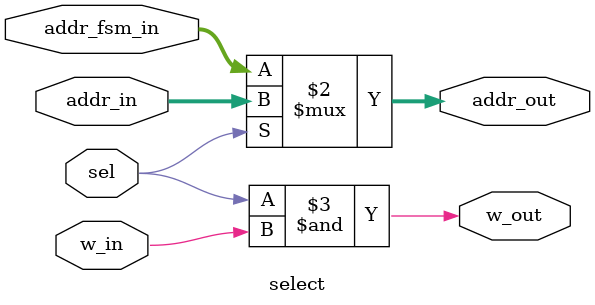
<source format=v>
`define M     593         // M is the degree of the irreducible polynomial
`define WIDTH (2*`M-1)    // width for a GF(3^M) element
`define WIDTH_D0 1187
`define M     593         // M is the degree of the irreducible polynomial
`define WIDTH (2*`M-1)    // width for a GF(3^M) element
`define WIDTH_D0 1187
`define M     593         // M is the degree of the irreducible polynomial
`define WIDTH (2*`M-1)    // width for a GF(3^M) element
`define WIDTH_D0 1187
`define M     593         // M is the degree of the irreducible polynomial
`define WIDTH (2*`M-1)    // width for a GF(3^M) element
`define WIDTH_D0 1187
`define M     593         // M is the degree of the irreducible polynomial
`define WIDTH (2*`M-1)    // width for a GF(3^M) element
`define WIDTH_D0 1187

module tiny(clk, reset, sel, addr, w, data, out, done);
    input clk, reset;
    input sel;
    input [5:0] addr;
    input w;
    input [`WIDTH_D0:0] data;
    output [`WIDTH_D0:0] out;
    output done;

    /* for FSM */
    wire [5:0] fsm_addr;
    /* for RAM */
    wire [5:0] ram_a_addr, ram_b_addr;
    wire [`WIDTH_D0:0] ram_b_data_in;
    wire ram_a_w, ram_b_w;
    wire [`WIDTH_D0:0] ram_a_data_out, ram_b_data_out;
    /* for const */
    wire [`WIDTH_D0:0] const0_out, const1_out;
    wire const0_effective, const1_effective;
    /* for muxer */
    wire [`WIDTH_D0:0] muxer0_out, muxer1_out;
    /* for ROM */
    wire [8:0] rom_addr;
    wire [28:0] rom_q;
    /* for PE */
    wire [10:0] pe_ctrl;
    
    assign out = ram_a_data_out;
    
    select 
        select0 (sel, addr, fsm_addr, w, ram_a_addr, ram_a_w);
    rom
        rom0 (clk, rom_addr, rom_q);
    FSM
        fsm0 (clk, reset, rom_addr, rom_q, fsm_addr, ram_b_addr, ram_b_w, pe_ctrl, done);
    const_
        const0 (clk, ram_a_addr, const0_out, const0_effective),
        const1 (clk, ram_b_addr, const1_out, const1_effective);
    ram
        ram0 (clk, ram_a_w, ram_a_addr, data, ram_a_data_out, ram_b_w, ram_b_addr[5:0], ram_b_data_in, ram_b_data_out);
    muxer
        muxer0 (ram_a_data_out, const0_out, const0_effective, muxer0_out),
        muxer1 (ram_b_data_out, const1_out, const1_effective, muxer1_out);
    PE
        pe0 (clk, reset, pe_ctrl, muxer1_out, muxer0_out[`WIDTH:0], muxer0_out[`WIDTH:0], ram_b_data_in[`WIDTH:0]);
    
    assign ram_b_data_in[`WIDTH_D0:`WIDTH+1] = 0;
endmodule
module PE(clk, reset, ctrl, d0, d1, d2, out);
    input clk;
    input reset;
    input [10:0] ctrl;
    input [`WIDTH_D0:0] d0;
    input [`WIDTH:0] d1, d2;
    output [`WIDTH:0] out;
    
    reg [`WIDTH_D0:0] R0;
    reg [`WIDTH:0] R1, R2, R3;
    wire [1:0] e0, e1, e2; /* part of R0 */
    wire [`WIDTH:0] ppg0, ppg1, ppg2, /* output of PPG */
                    mx0, mx1, mx2, mx3, mx4, mx5, mx6, /* output of MUX */
                    ad0, ad1, ad2, /* output of GF(3^m) adder */
                    cu0, cu1, cu2, /* output of cubic */
                    mo0, mo1, mo2, /* output of mod_p */
                    t0, t1, t2;
    wire c0,c1,c2,c3,c4,c5,c6,c7,c8,c9,c10;
    
    assign {c0,c1,c2,c3,c4,c5,c6,c7,c8,c9,c10} = ctrl;
    assign mx0 = c0 ? d1 : ad2;
    assign mx1 = c2 ? d2 : ad2;
    always @ (posedge clk)
        if(reset) R1 <= 0;
        else if (c1) R1 <= mx0;
    always @ (posedge clk)
        if(reset) R2 <= 0;
        else if (c3) R2 <= mx1;
    always @ (posedge clk)
        if(reset) R0 <= 0;
        else if (c4) R0 <= d0;
        else if (c5) R0 <= R0 << 6;
    assign {e2,e1,e0} = R0[`WIDTH_D0:(`WIDTH_D0-5)];
    PPG
        ppg_0 (e0, R1, ppg0),
        ppg_1 (e1, R2, ppg1),
        ppg_2 (e2, R1, ppg2);
    v0  v0_ (ppg0, cu0);
    v1  v1_ (ppg1, cu1);
    v2  v2_ (ppg2, cu2);
    assign mx2 = c6 ? ppg0 : cu0;
    assign mx3 = c6 ? ppg1 : cu1;
    assign mx4 = c6 ? mo1 : cu2;
    assign mx5 = c7 ? mo2 : R3;
    mod_p
        mod_p_0 (mx3, mo0),
        mod_p_1 (ppg2, t0),
        mod_p_2 (t0, mo1),
        mod_p_3 (R3, t1),
        mod_p_4 (t1, t2),
        mod_p_5 (t2, mo2);
    assign mx6 = c9 ? mo0 : mx3;
    f3m_add
        f3m_add_0 (mx2, mx6, ad0),
        f3m_add_1 (mx4, c8 ? mx5 : 0, ad1),
        f3m_add_2 (ad0, ad1, ad2);
    always @ (posedge clk)
        if (reset) R3 <= 0;
        else if (c10) R3 <= ad2;
        else R3 <= 0; /* change */
    assign out = R3;
endmodule
module f3m_add(A, B, C);
    input [`WIDTH : 0] A, B;
    output [`WIDTH : 0] C;
    genvar i;
    generate
        for(i=0; i<`M; i=i+1) begin: aa
            f3_add aa(A[(2*i+1) : 2*i], B[(2*i+1) : 2*i], C[(2*i+1) : 2*i]);
        end
    endgenerate
endmodule
module f3_add(A, B, C);
    input [1:0] A, B;
    output [1:0] C;
    wire a0, a1, b0, b1, c0, c1;
    assign {a1, a0} = A;
    assign {b1, b0} = B;
    assign C = {c1, c0};
    assign c0 = ( a0 & ~a1 & ~b0 & ~b1) |
                (~a0 & ~a1 &  b0 & ~b1) |
                (~a0 &  a1 & ~b0 &  b1) ;
    assign c1 = (~a0 &  a1 & ~b0 & ~b1) |
                ( a0 & ~a1 &  b0 & ~b1) |
                (~a0 & ~a1 & ~b0 &  b1) ;
endmodule
module mod_p(B, C);
    input [`WIDTH:0] B;
    output [`WIDTH:0] C;
    wire [`WIDTH+2:0] A;
    assign A = {B[`WIDTH:0], 2'd0}; // A == B*x
    wire [1:0] w0;
    f3_mult m0 (A[1187:1186], 2'd2, w0);
    f3_sub s0 (A[1:0], w0, C[1:0]);
    assign C[223:2] = A[223:2];
    wire [1:0] w112;
    f3_mult m112 (A[1187:1186], 2'd1, w112);
    f3_sub s112 (A[225:224], w112, C[225:224]);
    assign C[1185:226] = A[1185:226];
endmodule
module f3_sub(A, B, C);
    input [1:0] A, B;
    output [1:0] C;
    f3_add a0(A, {B[0],B[1]}, C);
endmodule
module f3_mult(A, B, C); 
    input [1:0] A;
    input [1:0] B; 
    output [1:0] C;
    wire a0, a1, b0, b1;
    assign {a1, a0} = A;
    assign {b1, b0} = B;
    assign C[0] = (~a1 & a0 & ~b1 & b0) | (a1 & ~a0 & b1 & ~b0);
    assign C[1] = (~a1 & a0 & b1 & ~b0) | (a1 & ~a0 & ~b1 & b0);
endmodule
module v2(a, c);
    input [1185:0] a;
    output [1185:0] c;
    assign c[1:0] = 0;
    assign c[3:2] = 0;
    assign c[5:4] = 0;
    assign c[7:6] = 0;
    assign c[9:8] = 0;
    assign c[11:10] = 0;
    assign c[13:12] = 0;
    assign c[15:14] = 0;
    assign c[17:16] = 0;
    assign c[19:18] = 0;
    assign c[21:20] = 0;
    assign c[23:22] = 0;
    assign c[25:24] = 0;
    assign c[27:26] = 0;
    assign c[29:28] = 0;
    assign c[31:30] = 0;
    assign c[33:32] = 0;
    assign c[35:34] = 0;
    assign c[37:36] = 0;
    assign c[39:38] = 0;
    assign c[41:40] = 0;
    assign c[43:42] = 0;
    assign c[45:44] = 0;
    assign c[47:46] = 0;
    assign c[49:48] = 0;
    assign c[51:50] = 0;
    assign c[53:52] = 0;
    assign c[55:54] = 0;
    assign c[57:56] = 0;
    assign c[59:58] = 0;
    assign c[61:60] = 0;
    assign c[63:62] = 0;
    assign c[65:64] = 0;
    assign c[67:66] = 0;
    assign c[69:68] = 0;
    assign c[71:70] = 0;
    assign c[73:72] = 0;
    assign c[75:74] = 0;
    assign c[77:76] = 0;
    assign c[79:78] = 0;
    assign c[81:80] = 0;
    assign c[83:82] = 0;
    assign c[85:84] = 0;
    assign c[87:86] = 0;
    assign c[89:88] = 0;
    assign c[91:90] = 0;
    assign c[93:92] = 0;
    assign c[95:94] = 0;
    assign c[97:96] = 0;
    assign c[99:98] = 0;
    assign c[101:100] = 0;
    assign c[103:102] = 0;
    assign c[105:104] = 0;
    assign c[107:106] = 0;
    assign c[109:108] = 0;
    assign c[111:110] = 0;
    assign c[113:112] = 0;
    assign c[115:114] = 0;
    assign c[117:116] = 0;
    assign c[119:118] = 0;
    assign c[121:120] = 0;
    assign c[123:122] = 0;
    assign c[125:124] = 0;
    assign c[127:126] = 0;
    assign c[129:128] = 0;
    assign c[131:130] = 0;
    assign c[133:132] = 0;
    assign c[135:134] = 0;
    assign c[137:136] = 0;
    assign c[139:138] = 0;
    assign c[141:140] = 0;
    assign c[143:142] = 0;
    assign c[145:144] = 0;
    assign c[147:146] = 0;
    assign c[149:148] = 0;
    assign c[151:150] = 0;
    assign c[153:152] = 0;
    assign c[155:154] = 0;
    assign c[157:156] = 0;
    assign c[159:158] = 0;
    assign c[161:160] = 0;
    assign c[163:162] = 0;
    assign c[165:164] = 0;
    assign c[167:166] = 0;
    assign c[169:168] = 0;
    assign c[171:170] = 0;
    assign c[173:172] = 0;
    assign c[175:174] = 0;
    assign c[177:176] = 0;
    assign c[179:178] = 0;
    assign c[181:180] = 0;
    assign c[183:182] = 0;
    assign c[185:184] = 0;
    assign c[187:186] = 0;
    assign c[189:188] = 0;
    assign c[191:190] = 0;
    assign c[193:192] = 0;
    assign c[195:194] = 0;
    assign c[197:196] = 0;
    assign c[199:198] = 0;
    assign c[201:200] = 0;
    assign c[203:202] = 0;
    assign c[205:204] = 0;
    assign c[207:206] = 0;
    assign c[209:208] = 0;
    assign c[211:210] = 0;
    assign c[213:212] = 0;
    assign c[215:214] = 0;
    assign c[217:216] = 0;
    assign c[219:218] = 0;
    assign c[221:220] = 0;
    assign c[223:222] = 0;
    assign c[225:224] = 0;
    assign c[227:226] = 0;
    assign c[229:228] = {a[1038], a[1039]};
    assign c[231:230] = 0;
    assign c[233:232] = 0;
    assign c[235:234] = a[79:78];
    assign c[237:236] = 0;
    assign c[239:238] = 0;
    assign c[241:240] = a[797:796];
    assign c[243:242] = 0;
    assign c[245:244] = 0;
    assign c[247:246] = a[799:798];
    assign c[249:248] = 0;
    assign c[251:250] = 0;
    assign c[253:252] = {a[1046], a[1047]};
    assign c[255:254] = 0;
    assign c[257:256] = 0;
    assign c[259:258] = {a[1048], a[1049]};
    assign c[261:260] = 0;
    assign c[263:262] = 0;
    assign c[265:264] = {a[1050], a[1051]};
    assign c[267:266] = 0;
    assign c[269:268] = 0;
    assign c[271:270] = {a[1052], a[1053]};
    assign c[273:272] = 0;
    assign c[275:274] = 0;
    assign c[277:276] = {a[1054], a[1055]};
    assign c[279:278] = 0;
    assign c[281:280] = 0;
    assign c[283:282] = a[95:94];
    assign c[285:284] = 0;
    assign c[287:286] = 0;
    assign c[289:288] = a[813:812];
    assign c[291:290] = 0;
    assign c[293:292] = 0;
    assign c[295:294] = a[815:814];
    assign c[297:296] = 0;
    assign c[299:298] = 0;
    assign c[301:300] = {a[1062], a[1063]};
    assign c[303:302] = 0;
    assign c[305:304] = 0;
    assign c[307:306] = {a[1064], a[1065]};
    assign c[309:308] = 0;
    assign c[311:310] = 0;
    assign c[313:312] = {a[1066], a[1067]};
    assign c[315:314] = 0;
    assign c[317:316] = 0;
    assign c[319:318] = {a[1068], a[1069]};
    assign c[321:320] = 0;
    assign c[323:322] = 0;
    assign c[325:324] = {a[1070], a[1071]};
    assign c[327:326] = 0;
    assign c[329:328] = 0;
    assign c[331:330] = a[111:110];
    assign c[333:332] = 0;
    assign c[335:334] = 0;
    assign c[337:336] = a[829:828];
    assign c[339:338] = 0;
    assign c[341:340] = 0;
    assign c[343:342] = a[831:830];
    assign c[345:344] = 0;
    assign c[347:346] = 0;
    assign c[349:348] = {a[1078], a[1079]};
    assign c[351:350] = 0;
    assign c[353:352] = 0;
    assign c[355:354] = {a[1080], a[1081]};
    assign c[357:356] = 0;
    assign c[359:358] = 0;
    assign c[361:360] = {a[1082], a[1083]};
    assign c[363:362] = 0;
    assign c[365:364] = 0;
    assign c[367:366] = {a[1084], a[1085]};
    assign c[369:368] = 0;
    assign c[371:370] = 0;
    assign c[373:372] = {a[1086], a[1087]};
    assign c[375:374] = 0;
    assign c[377:376] = 0;
    assign c[379:378] = a[127:126];
    assign c[381:380] = 0;
    assign c[383:382] = 0;
    assign c[385:384] = a[845:844];
    assign c[387:386] = 0;
    assign c[389:388] = 0;
    assign c[391:390] = a[847:846];
    assign c[393:392] = 0;
    assign c[395:394] = 0;
    assign c[397:396] = {a[1094], a[1095]};
    assign c[399:398] = 0;
    assign c[401:400] = 0;
    assign c[403:402] = {a[1096], a[1097]};
    assign c[405:404] = 0;
    assign c[407:406] = 0;
    assign c[409:408] = {a[1098], a[1099]};
    assign c[411:410] = 0;
    assign c[413:412] = 0;
    assign c[415:414] = {a[1100], a[1101]};
    assign c[417:416] = 0;
    assign c[419:418] = 0;
    assign c[421:420] = {a[1102], a[1103]};
    assign c[423:422] = 0;
    assign c[425:424] = 0;
    assign c[427:426] = a[143:142];
    assign c[429:428] = 0;
    assign c[431:430] = 0;
    assign c[433:432] = a[861:860];
    assign c[435:434] = 0;
    assign c[437:436] = 0;
    assign c[439:438] = a[863:862];
    assign c[441:440] = 0;
    assign c[443:442] = 0;
    assign c[445:444] = {a[1110], a[1111]};
    assign c[447:446] = 0;
    assign c[449:448] = 0;
    assign c[451:450] = {a[1112], a[1113]};
    assign c[453:452] = 0;
    assign c[455:454] = 0;
    assign c[457:456] = {a[1114], a[1115]};
    assign c[459:458] = 0;
    assign c[461:460] = 0;
    assign c[463:462] = {a[1116], a[1117]};
    assign c[465:464] = 0;
    assign c[467:466] = 0;
    assign c[469:468] = {a[1118], a[1119]};
    assign c[471:470] = 0;
    assign c[473:472] = 0;
    assign c[475:474] = a[159:158];
    assign c[477:476] = 0;
    assign c[479:478] = 0;
    assign c[481:480] = a[877:876];
    assign c[483:482] = 0;
    assign c[485:484] = 0;
    assign c[487:486] = a[879:878];
    assign c[489:488] = 0;
    assign c[491:490] = 0;
    assign c[493:492] = {a[1126], a[1127]};
    assign c[495:494] = 0;
    assign c[497:496] = 0;
    assign c[499:498] = {a[1128], a[1129]};
    assign c[501:500] = 0;
    assign c[503:502] = 0;
    assign c[505:504] = {a[1130], a[1131]};
    assign c[507:506] = 0;
    assign c[509:508] = 0;
    assign c[511:510] = {a[1132], a[1133]};
    assign c[513:512] = 0;
    assign c[515:514] = 0;
    assign c[517:516] = {a[1134], a[1135]};
    assign c[519:518] = 0;
    assign c[521:520] = 0;
    assign c[523:522] = a[175:174];
    assign c[525:524] = 0;
    assign c[527:526] = 0;
    assign c[529:528] = a[893:892];
    assign c[531:530] = 0;
    assign c[533:532] = 0;
    assign c[535:534] = a[895:894];
    assign c[537:536] = 0;
    assign c[539:538] = 0;
    assign c[541:540] = {a[1142], a[1143]};
    assign c[543:542] = 0;
    assign c[545:544] = 0;
    assign c[547:546] = {a[1144], a[1145]};
    assign c[549:548] = 0;
    assign c[551:550] = 0;
    assign c[553:552] = {a[1146], a[1147]};
    assign c[555:554] = 0;
    assign c[557:556] = 0;
    assign c[559:558] = {a[1148], a[1149]};
    assign c[561:560] = 0;
    assign c[563:562] = 0;
    assign c[565:564] = {a[1150], a[1151]};
    assign c[567:566] = 0;
    assign c[569:568] = 0;
    assign c[571:570] = a[191:190];
    assign c[573:572] = 0;
    assign c[575:574] = 0;
    assign c[577:576] = a[909:908];
    assign c[579:578] = 0;
    assign c[581:580] = 0;
    assign c[583:582] = a[911:910];
    assign c[585:584] = 0;
    assign c[587:586] = 0;
    assign c[589:588] = {a[1158], a[1159]};
    assign c[591:590] = 0;
    assign c[593:592] = 0;
    assign c[595:594] = {a[1160], a[1161]};
    assign c[597:596] = 0;
    assign c[599:598] = 0;
    assign c[601:600] = {a[1162], a[1163]};
    assign c[603:602] = 0;
    assign c[605:604] = 0;
    assign c[607:606] = {a[1164], a[1165]};
    assign c[609:608] = 0;
    assign c[611:610] = 0;
    assign c[613:612] = {a[1166], a[1167]};
    assign c[615:614] = 0;
    assign c[617:616] = 0;
    assign c[619:618] = a[207:206];
    assign c[621:620] = 0;
    assign c[623:622] = 0;
    assign c[625:624] = a[925:924];
    assign c[627:626] = 0;
    assign c[629:628] = 0;
    assign c[631:630] = a[927:926];
    assign c[633:632] = 0;
    assign c[635:634] = 0;
    assign c[637:636] = {a[1174], a[1175]};
    assign c[639:638] = 0;
    assign c[641:640] = 0;
    assign c[643:642] = {a[1176], a[1177]};
    assign c[645:644] = 0;
    assign c[647:646] = 0;
    assign c[649:648] = {a[1178], a[1179]};
    assign c[651:650] = 0;
    assign c[653:652] = 0;
    assign c[655:654] = {a[1180], a[1181]};
    assign c[657:656] = 0;
    assign c[659:658] = 0;
    assign c[661:660] = {a[1182], a[1183]};
    assign c[663:662] = 0;
    assign c[665:664] = 0;
    assign c[667:666] = a[223:222];
    assign c[669:668] = 0;
    assign c[671:670] = 0;
    assign c[673:672] = 0;
    assign c[675:674] = 0;
    assign c[677:676] = 0;
    assign c[679:678] = 0;
    assign c[681:680] = 0;
    assign c[683:682] = 0;
    assign c[685:684] = 0;
    assign c[687:686] = 0;
    assign c[689:688] = 0;
    assign c[691:690] = 0;
    assign c[693:692] = 0;
    assign c[695:694] = 0;
    assign c[697:696] = 0;
    assign c[699:698] = 0;
    assign c[701:700] = 0;
    assign c[703:702] = 0;
    assign c[705:704] = 0;
    assign c[707:706] = 0;
    assign c[709:708] = 0;
    assign c[711:710] = 0;
    assign c[713:712] = 0;
    assign c[715:714] = 0;
    assign c[717:716] = 0;
    assign c[719:718] = 0;
    assign c[721:720] = 0;
    assign c[723:722] = 0;
    assign c[725:724] = 0;
    assign c[727:726] = 0;
    assign c[729:728] = 0;
    assign c[731:730] = 0;
    assign c[733:732] = 0;
    assign c[735:734] = 0;
    assign c[737:736] = 0;
    assign c[739:738] = 0;
    assign c[741:740] = 0;
    assign c[743:742] = 0;
    assign c[745:744] = 0;
    assign c[747:746] = 0;
    assign c[749:748] = 0;
    assign c[751:750] = 0;
    assign c[753:752] = 0;
    assign c[755:754] = 0;
    assign c[757:756] = 0;
    assign c[759:758] = 0;
    assign c[761:760] = 0;
    assign c[763:762] = 0;
    assign c[765:764] = 0;
    assign c[767:766] = 0;
    assign c[769:768] = 0;
    assign c[771:770] = 0;
    assign c[773:772] = 0;
    assign c[775:774] = 0;
    assign c[777:776] = 0;
    assign c[779:778] = 0;
    assign c[781:780] = 0;
    assign c[783:782] = 0;
    assign c[785:784] = 0;
    assign c[787:786] = 0;
    assign c[789:788] = 0;
    assign c[791:790] = 0;
    assign c[793:792] = 0;
    assign c[795:794] = 0;
    assign c[797:796] = 0;
    assign c[799:798] = 0;
    assign c[801:800] = 0;
    assign c[803:802] = 0;
    assign c[805:804] = 0;
    assign c[807:806] = 0;
    assign c[809:808] = 0;
    assign c[811:810] = 0;
    assign c[813:812] = 0;
    assign c[815:814] = 0;
    assign c[817:816] = 0;
    assign c[819:818] = 0;
    assign c[821:820] = 0;
    assign c[823:822] = 0;
    assign c[825:824] = 0;
    assign c[827:826] = 0;
    assign c[829:828] = 0;
    assign c[831:830] = 0;
    assign c[833:832] = 0;
    assign c[835:834] = 0;
    assign c[837:836] = 0;
    assign c[839:838] = 0;
    assign c[841:840] = 0;
    assign c[843:842] = 0;
    assign c[845:844] = 0;
    assign c[847:846] = 0;
    assign c[849:848] = 0;
    assign c[851:850] = 0;
    assign c[853:852] = 0;
    assign c[855:854] = 0;
    assign c[857:856] = 0;
    assign c[859:858] = 0;
    assign c[861:860] = 0;
    assign c[863:862] = 0;
    assign c[865:864] = 0;
    assign c[867:866] = 0;
    assign c[869:868] = 0;
    assign c[871:870] = 0;
    assign c[873:872] = 0;
    assign c[875:874] = 0;
    assign c[877:876] = 0;
    assign c[879:878] = 0;
    assign c[881:880] = 0;
    assign c[883:882] = 0;
    assign c[885:884] = 0;
    assign c[887:886] = 0;
    assign c[889:888] = 0;
    assign c[891:890] = 0;
    assign c[893:892] = 0;
    assign c[895:894] = 0;
    assign c[897:896] = 0;
    assign c[899:898] = 0;
    assign c[901:900] = 0;
    assign c[903:902] = 0;
    assign c[905:904] = 0;
    assign c[907:906] = 0;
    assign c[909:908] = 0;
    assign c[911:910] = 0;
    assign c[913:912] = 0;
    assign c[915:914] = 0;
    assign c[917:916] = 0;
    assign c[919:918] = 0;
    assign c[921:920] = 0;
    assign c[923:922] = 0;
    assign c[925:924] = 0;
    assign c[927:926] = 0;
    assign c[929:928] = 0;
    assign c[931:930] = 0;
    assign c[933:932] = 0;
    assign c[935:934] = 0;
    assign c[937:936] = 0;
    assign c[939:938] = 0;
    assign c[941:940] = 0;
    assign c[943:942] = 0;
    assign c[945:944] = 0;
    assign c[947:946] = 0;
    assign c[949:948] = 0;
    assign c[951:950] = 0;
    assign c[953:952] = 0;
    assign c[955:954] = 0;
    assign c[957:956] = 0;
    assign c[959:958] = 0;
    assign c[961:960] = 0;
    assign c[963:962] = 0;
    assign c[965:964] = 0;
    assign c[967:966] = 0;
    assign c[969:968] = 0;
    assign c[971:970] = 0;
    assign c[973:972] = 0;
    assign c[975:974] = 0;
    assign c[977:976] = 0;
    assign c[979:978] = 0;
    assign c[981:980] = 0;
    assign c[983:982] = 0;
    assign c[985:984] = 0;
    assign c[987:986] = 0;
    assign c[989:988] = 0;
    assign c[991:990] = 0;
    assign c[993:992] = 0;
    assign c[995:994] = 0;
    assign c[997:996] = 0;
    assign c[999:998] = 0;
    assign c[1001:1000] = 0;
    assign c[1003:1002] = 0;
    assign c[1005:1004] = 0;
    assign c[1007:1006] = 0;
    assign c[1009:1008] = 0;
    assign c[1011:1010] = 0;
    assign c[1013:1012] = 0;
    assign c[1015:1014] = 0;
    assign c[1017:1016] = 0;
    assign c[1019:1018] = 0;
    assign c[1021:1020] = 0;
    assign c[1023:1022] = 0;
    assign c[1025:1024] = 0;
    assign c[1027:1026] = 0;
    assign c[1029:1028] = 0;
    assign c[1031:1030] = 0;
    assign c[1033:1032] = 0;
    assign c[1035:1034] = 0;
    assign c[1037:1036] = 0;
    assign c[1039:1038] = 0;
    assign c[1041:1040] = 0;
    assign c[1043:1042] = 0;
    assign c[1045:1044] = 0;
    assign c[1047:1046] = 0;
    assign c[1049:1048] = 0;
    assign c[1051:1050] = 0;
    assign c[1053:1052] = 0;
    assign c[1055:1054] = 0;
    assign c[1057:1056] = 0;
    assign c[1059:1058] = 0;
    assign c[1061:1060] = 0;
    assign c[1063:1062] = 0;
    assign c[1065:1064] = 0;
    assign c[1067:1066] = 0;
    assign c[1069:1068] = 0;
    assign c[1071:1070] = 0;
    assign c[1073:1072] = 0;
    assign c[1075:1074] = 0;
    assign c[1077:1076] = 0;
    assign c[1079:1078] = 0;
    assign c[1081:1080] = 0;
    assign c[1083:1082] = 0;
    assign c[1085:1084] = 0;
    assign c[1087:1086] = 0;
    assign c[1089:1088] = 0;
    assign c[1091:1090] = 0;
    assign c[1093:1092] = 0;
    assign c[1095:1094] = 0;
    assign c[1097:1096] = 0;
    assign c[1099:1098] = 0;
    assign c[1101:1100] = 0;
    assign c[1103:1102] = 0;
    assign c[1105:1104] = 0;
    assign c[1107:1106] = 0;
    assign c[1109:1108] = 0;
    assign c[1111:1110] = 0;
    assign c[1113:1112] = 0;
    assign c[1115:1114] = 0;
    assign c[1117:1116] = 0;
    assign c[1119:1118] = 0;
    assign c[1121:1120] = 0;
    assign c[1123:1122] = 0;
    assign c[1125:1124] = 0;
    assign c[1127:1126] = 0;
    assign c[1129:1128] = 0;
    assign c[1131:1130] = 0;
    assign c[1133:1132] = 0;
    assign c[1135:1134] = 0;
    assign c[1137:1136] = 0;
    assign c[1139:1138] = 0;
    assign c[1141:1140] = 0;
    assign c[1143:1142] = 0;
    assign c[1145:1144] = 0;
    assign c[1147:1146] = 0;
    assign c[1149:1148] = 0;
    assign c[1151:1150] = 0;
    assign c[1153:1152] = 0;
    assign c[1155:1154] = 0;
    assign c[1157:1156] = 0;
    assign c[1159:1158] = 0;
    assign c[1161:1160] = 0;
    assign c[1163:1162] = 0;
    assign c[1165:1164] = 0;
    assign c[1167:1166] = 0;
    assign c[1169:1168] = 0;
    assign c[1171:1170] = 0;
    assign c[1173:1172] = 0;
    assign c[1175:1174] = 0;
    assign c[1177:1176] = 0;
    assign c[1179:1178] = 0;
    assign c[1181:1180] = 0;
    assign c[1183:1182] = 0;
    assign c[1185:1184] = 0;
endmodule
module v1(a, c);
    input [1185:0] a;
    output [1185:0] c;
    assign c[1:0] = {a[716], a[717]};
    assign c[3:2] = a[397:396];
    assign c[5:4] = a[1039:1038];
    assign c[7:6] = {a[718], a[719]};
    assign c[9:8] = a[399:398];
    assign c[11:10] = a[795:794];
    assign c[13:12] = a[5:4];
    assign c[15:14] = a[1117:1116];
    assign c[17:16] = a[797:796];
    assign c[19:18] = a[7:6];
    assign c[21:20] = a[1119:1118];
    assign c[23:22] = a[799:798];
    assign c[25:24] = a[9:8];
    assign c[27:26] = a[405:404];
    assign c[29:28] = a[1047:1046];
    assign c[31:30] = a[11:10];
    assign c[33:32] = a[407:406];
    assign c[35:34] = a[1049:1048];
    assign c[37:36] = a[13:12];
    assign c[39:38] = a[409:408];
    assign c[41:40] = a[1051:1050];
    assign c[43:42] = a[15:14];
    assign c[45:44] = a[411:410];
    assign c[47:46] = a[1053:1052];
    assign c[49:48] = {a[732], a[733]};
    assign c[51:50] = a[413:412];
    assign c[53:52] = a[1055:1054];
    assign c[55:54] = {a[734], a[735]};
    assign c[57:56] = a[415:414];
    assign c[59:58] = a[811:810];
    assign c[61:60] = a[21:20];
    assign c[63:62] = a[1133:1132];
    assign c[65:64] = a[813:812];
    assign c[67:66] = a[23:22];
    assign c[69:68] = a[1135:1134];
    assign c[71:70] = a[815:814];
    assign c[73:72] = a[25:24];
    assign c[75:74] = a[421:420];
    assign c[77:76] = a[1063:1062];
    assign c[79:78] = a[27:26];
    assign c[81:80] = a[423:422];
    assign c[83:82] = a[1065:1064];
    assign c[85:84] = a[29:28];
    assign c[87:86] = a[425:424];
    assign c[89:88] = a[1067:1066];
    assign c[91:90] = a[31:30];
    assign c[93:92] = a[427:426];
    assign c[95:94] = a[1069:1068];
    assign c[97:96] = {a[748], a[749]};
    assign c[99:98] = a[429:428];
    assign c[101:100] = a[1071:1070];
    assign c[103:102] = {a[750], a[751]};
    assign c[105:104] = a[431:430];
    assign c[107:106] = a[827:826];
    assign c[109:108] = a[37:36];
    assign c[111:110] = a[1149:1148];
    assign c[113:112] = a[829:828];
    assign c[115:114] = a[39:38];
    assign c[117:116] = a[1151:1150];
    assign c[119:118] = a[831:830];
    assign c[121:120] = a[41:40];
    assign c[123:122] = a[437:436];
    assign c[125:124] = a[1079:1078];
    assign c[127:126] = a[43:42];
    assign c[129:128] = a[439:438];
    assign c[131:130] = a[1081:1080];
    assign c[133:132] = a[45:44];
    assign c[135:134] = a[441:440];
    assign c[137:136] = a[1083:1082];
    assign c[139:138] = a[47:46];
    assign c[141:140] = a[443:442];
    assign c[143:142] = a[1085:1084];
    assign c[145:144] = {a[764], a[765]};
    assign c[147:146] = a[445:444];
    assign c[149:148] = a[1087:1086];
    assign c[151:150] = {a[766], a[767]};
    assign c[153:152] = a[447:446];
    assign c[155:154] = a[843:842];
    assign c[157:156] = a[53:52];
    assign c[159:158] = a[1165:1164];
    assign c[161:160] = a[845:844];
    assign c[163:162] = a[55:54];
    assign c[165:164] = a[1167:1166];
    assign c[167:166] = a[847:846];
    assign c[169:168] = a[57:56];
    assign c[171:170] = a[453:452];
    assign c[173:172] = a[1095:1094];
    assign c[175:174] = a[59:58];
    assign c[177:176] = a[455:454];
    assign c[179:178] = a[1097:1096];
    assign c[181:180] = a[61:60];
    assign c[183:182] = a[457:456];
    assign c[185:184] = a[1099:1098];
    assign c[187:186] = a[63:62];
    assign c[189:188] = a[459:458];
    assign c[191:190] = a[1101:1100];
    assign c[193:192] = {a[780], a[781]};
    assign c[195:194] = a[461:460];
    assign c[197:196] = a[1103:1102];
    assign c[199:198] = {a[782], a[783]};
    assign c[201:200] = a[463:462];
    assign c[203:202] = a[859:858];
    assign c[205:204] = a[69:68];
    assign c[207:206] = a[1181:1180];
    assign c[209:208] = a[861:860];
    assign c[211:210] = a[71:70];
    assign c[213:212] = a[1183:1182];
    assign c[215:214] = a[863:862];
    assign c[217:216] = a[73:72];
    assign c[219:218] = a[469:468];
    assign c[221:220] = a[1111:1110];
    assign c[223:222] = a[75:74];
    assign c[225:224] = a[717:716];
    assign c[227:226] = {a[396], a[397]};
    assign c[229:228] = a[77:76];
    assign c[231:230] = a[719:718];
    assign c[233:232] = {a[398], a[399]};
    assign c[235:234] = a[795:794];
    assign c[237:236] = a[475:474];
    assign c[239:238] = a[871:870];
    assign c[241:240] = {a[1042], a[1043]};
    assign c[243:242] = a[477:476];
    assign c[245:244] = a[873:872];
    assign c[247:246] = {a[1044], a[1045]};
    assign c[249:248] = a[479:478];
    assign c[251:250] = a[875:874];
    assign c[253:252] = a[85:84];
    assign c[255:254] = a[727:726];
    assign c[257:256] = a[877:876];
    assign c[259:258] = a[87:86];
    assign c[261:260] = a[729:728];
    assign c[263:262] = a[879:878];
    assign c[265:264] = a[89:88];
    assign c[267:266] = a[731:730];
    assign c[269:268] = {a[410], a[411]};
    assign c[271:270] = a[91:90];
    assign c[273:272] = a[733:732];
    assign c[275:274] = {a[412], a[413]};
    assign c[277:276] = a[93:92];
    assign c[279:278] = a[735:734];
    assign c[281:280] = {a[414], a[415]};
    assign c[283:282] = a[811:810];
    assign c[285:284] = a[491:490];
    assign c[287:286] = a[887:886];
    assign c[289:288] = {a[1058], a[1059]};
    assign c[291:290] = a[493:492];
    assign c[293:292] = a[889:888];
    assign c[295:294] = {a[1060], a[1061]};
    assign c[297:296] = a[495:494];
    assign c[299:298] = a[891:890];
    assign c[301:300] = a[101:100];
    assign c[303:302] = a[743:742];
    assign c[305:304] = a[893:892];
    assign c[307:306] = a[103:102];
    assign c[309:308] = a[745:744];
    assign c[311:310] = a[895:894];
    assign c[313:312] = a[105:104];
    assign c[315:314] = a[747:746];
    assign c[317:316] = {a[426], a[427]};
    assign c[319:318] = a[107:106];
    assign c[321:320] = a[749:748];
    assign c[323:322] = {a[428], a[429]};
    assign c[325:324] = a[109:108];
    assign c[327:326] = a[751:750];
    assign c[329:328] = {a[430], a[431]};
    assign c[331:330] = a[827:826];
    assign c[333:332] = a[507:506];
    assign c[335:334] = a[903:902];
    assign c[337:336] = {a[1074], a[1075]};
    assign c[339:338] = a[509:508];
    assign c[341:340] = a[905:904];
    assign c[343:342] = {a[1076], a[1077]};
    assign c[345:344] = a[511:510];
    assign c[347:346] = a[907:906];
    assign c[349:348] = a[117:116];
    assign c[351:350] = a[759:758];
    assign c[353:352] = a[909:908];
    assign c[355:354] = a[119:118];
    assign c[357:356] = a[761:760];
    assign c[359:358] = a[911:910];
    assign c[361:360] = a[121:120];
    assign c[363:362] = a[763:762];
    assign c[365:364] = {a[442], a[443]};
    assign c[367:366] = a[123:122];
    assign c[369:368] = a[765:764];
    assign c[371:370] = {a[444], a[445]};
    assign c[373:372] = a[125:124];
    assign c[375:374] = a[767:766];
    assign c[377:376] = {a[446], a[447]};
    assign c[379:378] = a[843:842];
    assign c[381:380] = a[523:522];
    assign c[383:382] = a[919:918];
    assign c[385:384] = {a[1090], a[1091]};
    assign c[387:386] = a[525:524];
    assign c[389:388] = a[921:920];
    assign c[391:390] = {a[1092], a[1093]};
    assign c[393:392] = a[527:526];
    assign c[395:394] = a[923:922];
    assign c[397:396] = a[133:132];
    assign c[399:398] = a[775:774];
    assign c[401:400] = a[925:924];
    assign c[403:402] = a[135:134];
    assign c[405:404] = a[777:776];
    assign c[407:406] = a[927:926];
    assign c[409:408] = a[137:136];
    assign c[411:410] = a[779:778];
    assign c[413:412] = {a[458], a[459]};
    assign c[415:414] = a[139:138];
    assign c[417:416] = a[781:780];
    assign c[419:418] = {a[460], a[461]};
    assign c[421:420] = a[141:140];
    assign c[423:422] = a[783:782];
    assign c[425:424] = {a[462], a[463]};
    assign c[427:426] = a[859:858];
    assign c[429:428] = a[539:538];
    assign c[431:430] = a[935:934];
    assign c[433:432] = {a[1106], a[1107]};
    assign c[435:434] = a[541:540];
    assign c[437:436] = a[937:936];
    assign c[439:438] = {a[1108], a[1109]};
    assign c[441:440] = a[543:542];
    assign c[443:442] = a[939:938];
    assign c[445:444] = a[149:148];
    assign c[447:446] = a[791:790];
    assign c[449:448] = a[941:940];
    assign c[451:450] = a[151:150];
    assign c[453:452] = a[793:792];
    assign c[455:454] = a[943:942];
    assign c[457:456] = a[153:152];
    assign c[459:458] = a[795:794];
    assign c[461:460] = {a[474], a[475]};
    assign c[463:462] = a[155:154];
    assign c[465:464] = a[797:796];
    assign c[467:466] = {a[476], a[477]};
    assign c[469:468] = a[157:156];
    assign c[471:470] = a[799:798];
    assign c[473:472] = {a[478], a[479]};
    assign c[475:474] = a[875:874];
    assign c[477:476] = a[555:554];
    assign c[479:478] = a[951:950];
    assign c[481:480] = {a[1122], a[1123]};
    assign c[483:482] = a[557:556];
    assign c[485:484] = a[953:952];
    assign c[487:486] = {a[1124], a[1125]};
    assign c[489:488] = a[559:558];
    assign c[491:490] = a[955:954];
    assign c[493:492] = a[165:164];
    assign c[495:494] = a[807:806];
    assign c[497:496] = a[957:956];
    assign c[499:498] = a[167:166];
    assign c[501:500] = a[809:808];
    assign c[503:502] = a[959:958];
    assign c[505:504] = a[169:168];
    assign c[507:506] = a[811:810];
    assign c[509:508] = {a[490], a[491]};
    assign c[511:510] = a[171:170];
    assign c[513:512] = a[813:812];
    assign c[515:514] = {a[492], a[493]};
    assign c[517:516] = a[173:172];
    assign c[519:518] = a[815:814];
    assign c[521:520] = {a[494], a[495]};
    assign c[523:522] = a[891:890];
    assign c[525:524] = a[571:570];
    assign c[527:526] = a[967:966];
    assign c[529:528] = {a[1138], a[1139]};
    assign c[531:530] = a[573:572];
    assign c[533:532] = a[969:968];
    assign c[535:534] = {a[1140], a[1141]};
    assign c[537:536] = a[575:574];
    assign c[539:538] = a[971:970];
    assign c[541:540] = a[181:180];
    assign c[543:542] = a[823:822];
    assign c[545:544] = a[973:972];
    assign c[547:546] = a[183:182];
    assign c[549:548] = a[825:824];
    assign c[551:550] = a[975:974];
    assign c[553:552] = a[185:184];
    assign c[555:554] = a[827:826];
    assign c[557:556] = {a[506], a[507]};
    assign c[559:558] = a[187:186];
    assign c[561:560] = a[829:828];
    assign c[563:562] = {a[508], a[509]};
    assign c[565:564] = a[189:188];
    assign c[567:566] = a[831:830];
    assign c[569:568] = {a[510], a[511]};
    assign c[571:570] = a[907:906];
    assign c[573:572] = a[587:586];
    assign c[575:574] = a[983:982];
    assign c[577:576] = {a[1154], a[1155]};
    assign c[579:578] = a[589:588];
    assign c[581:580] = a[985:984];
    assign c[583:582] = {a[1156], a[1157]};
    assign c[585:584] = a[591:590];
    assign c[587:586] = a[987:986];
    assign c[589:588] = a[197:196];
    assign c[591:590] = a[839:838];
    assign c[593:592] = a[989:988];
    assign c[595:594] = a[199:198];
    assign c[597:596] = a[841:840];
    assign c[599:598] = a[991:990];
    assign c[601:600] = a[201:200];
    assign c[603:602] = a[843:842];
    assign c[605:604] = {a[522], a[523]};
    assign c[607:606] = a[203:202];
    assign c[609:608] = a[845:844];
    assign c[611:610] = {a[524], a[525]};
    assign c[613:612] = a[205:204];
    assign c[615:614] = a[847:846];
    assign c[617:616] = {a[526], a[527]};
    assign c[619:618] = a[923:922];
    assign c[621:620] = a[603:602];
    assign c[623:622] = a[999:998];
    assign c[625:624] = {a[1170], a[1171]};
    assign c[627:626] = a[605:604];
    assign c[629:628] = a[1001:1000];
    assign c[631:630] = {a[1172], a[1173]};
    assign c[633:632] = a[607:606];
    assign c[635:634] = a[1003:1002];
    assign c[637:636] = a[213:212];
    assign c[639:638] = a[855:854];
    assign c[641:640] = a[1005:1004];
    assign c[643:642] = a[215:214];
    assign c[645:644] = a[857:856];
    assign c[647:646] = a[1007:1006];
    assign c[649:648] = a[217:216];
    assign c[651:650] = a[859:858];
    assign c[653:652] = {a[538], a[539]};
    assign c[655:654] = a[219:218];
    assign c[657:656] = a[861:860];
    assign c[659:658] = {a[540], a[541]};
    assign c[661:660] = a[221:220];
    assign c[663:662] = a[863:862];
    assign c[665:664] = {a[542], a[543]};
    assign c[667:666] = a[939:938];
    assign c[669:668] = a[619:618];
    assign c[671:670] = a[1015:1014];
    assign c[673:672] = a[941:940];
    assign c[675:674] = a[621:620];
    assign c[677:676] = a[1017:1016];
    assign c[679:678] = a[943:942];
    assign c[681:680] = a[623:622];
    assign c[683:682] = a[1019:1018];
    assign c[685:684] = a[229:228];
    assign c[687:686] = a[871:870];
    assign c[689:688] = a[1021:1020];
    assign c[691:690] = a[231:230];
    assign c[693:692] = a[873:872];
    assign c[695:694] = a[1023:1022];
    assign c[697:696] = a[233:232];
    assign c[699:698] = a[875:874];
    assign c[701:700] = {a[554], a[555]};
    assign c[703:702] = a[235:234];
    assign c[705:704] = a[877:876];
    assign c[707:706] = {a[556], a[557]};
    assign c[709:708] = a[237:236];
    assign c[711:710] = a[879:878];
    assign c[713:712] = {a[558], a[559]};
    assign c[715:714] = a[239:238];
    assign c[717:716] = a[635:634];
    assign c[719:718] = a[1031:1030];
    assign c[721:720] = a[957:956];
    assign c[723:722] = a[637:636];
    assign c[725:724] = a[1033:1032];
    assign c[727:726] = a[959:958];
    assign c[729:728] = a[639:638];
    assign c[731:730] = a[1035:1034];
    assign c[733:732] = a[245:244];
    assign c[735:734] = a[887:886];
    assign c[737:736] = a[1037:1036];
    assign c[739:738] = a[247:246];
    assign c[741:740] = a[889:888];
    assign c[743:742] = a[1039:1038];
    assign c[745:744] = a[249:248];
    assign c[747:746] = a[891:890];
    assign c[749:748] = {a[570], a[571]};
    assign c[751:750] = a[251:250];
    assign c[753:752] = a[893:892];
    assign c[755:754] = {a[572], a[573]};
    assign c[757:756] = a[253:252];
    assign c[759:758] = a[895:894];
    assign c[761:760] = {a[574], a[575]};
    assign c[763:762] = a[255:254];
    assign c[765:764] = a[651:650];
    assign c[767:766] = a[1047:1046];
    assign c[769:768] = a[973:972];
    assign c[771:770] = a[653:652];
    assign c[773:772] = a[1049:1048];
    assign c[775:774] = a[975:974];
    assign c[777:776] = a[655:654];
    assign c[779:778] = a[1051:1050];
    assign c[781:780] = a[261:260];
    assign c[783:782] = a[903:902];
    assign c[785:784] = a[1053:1052];
    assign c[787:786] = a[263:262];
    assign c[789:788] = a[905:904];
    assign c[791:790] = a[1055:1054];
    assign c[793:792] = a[265:264];
    assign c[795:794] = a[907:906];
    assign c[797:796] = {a[586], a[587]};
    assign c[799:798] = a[267:266];
    assign c[801:800] = a[909:908];
    assign c[803:802] = {a[588], a[589]};
    assign c[805:804] = a[269:268];
    assign c[807:806] = a[911:910];
    assign c[809:808] = {a[590], a[591]};
    assign c[811:810] = a[271:270];
    assign c[813:812] = a[667:666];
    assign c[815:814] = a[1063:1062];
    assign c[817:816] = a[989:988];
    assign c[819:818] = a[669:668];
    assign c[821:820] = a[1065:1064];
    assign c[823:822] = a[991:990];
    assign c[825:824] = a[671:670];
    assign c[827:826] = a[1067:1066];
    assign c[829:828] = a[277:276];
    assign c[831:830] = a[919:918];
    assign c[833:832] = a[1069:1068];
    assign c[835:834] = a[279:278];
    assign c[837:836] = a[921:920];
    assign c[839:838] = a[1071:1070];
    assign c[841:840] = a[281:280];
    assign c[843:842] = a[923:922];
    assign c[845:844] = {a[602], a[603]};
    assign c[847:846] = a[283:282];
    assign c[849:848] = a[925:924];
    assign c[851:850] = {a[604], a[605]};
    assign c[853:852] = a[285:284];
    assign c[855:854] = a[927:926];
    assign c[857:856] = {a[606], a[607]};
    assign c[859:858] = a[287:286];
    assign c[861:860] = a[683:682];
    assign c[863:862] = a[1079:1078];
    assign c[865:864] = a[1005:1004];
    assign c[867:866] = a[685:684];
    assign c[869:868] = a[1081:1080];
    assign c[871:870] = a[1007:1006];
    assign c[873:872] = a[687:686];
    assign c[875:874] = a[1083:1082];
    assign c[877:876] = a[293:292];
    assign c[879:878] = a[935:934];
    assign c[881:880] = a[1085:1084];
    assign c[883:882] = a[295:294];
    assign c[885:884] = a[937:936];
    assign c[887:886] = a[1087:1086];
    assign c[889:888] = a[297:296];
    assign c[891:890] = a[939:938];
    assign c[893:892] = {a[618], a[619]};
    assign c[895:894] = a[299:298];
    assign c[897:896] = a[941:940];
    assign c[899:898] = {a[620], a[621]};
    assign c[901:900] = a[301:300];
    assign c[903:902] = a[943:942];
    assign c[905:904] = {a[622], a[623]};
    assign c[907:906] = a[303:302];
    assign c[909:908] = a[699:698];
    assign c[911:910] = a[1095:1094];
    assign c[913:912] = a[1021:1020];
    assign c[915:914] = a[701:700];
    assign c[917:916] = a[1097:1096];
    assign c[919:918] = a[1023:1022];
    assign c[921:920] = a[703:702];
    assign c[923:922] = a[1099:1098];
    assign c[925:924] = a[309:308];
    assign c[927:926] = a[951:950];
    assign c[929:928] = a[1101:1100];
    assign c[931:930] = a[311:310];
    assign c[933:932] = a[953:952];
    assign c[935:934] = a[1103:1102];
    assign c[937:936] = a[313:312];
    assign c[939:938] = a[955:954];
    assign c[941:940] = {a[634], a[635]};
    assign c[943:942] = a[315:314];
    assign c[945:944] = a[957:956];
    assign c[947:946] = {a[636], a[637]};
    assign c[949:948] = a[317:316];
    assign c[951:950] = a[959:958];
    assign c[953:952] = {a[638], a[639]};
    assign c[955:954] = a[319:318];
    assign c[957:956] = a[715:714];
    assign c[959:958] = a[1111:1110];
    assign c[961:960] = a[1037:1036];
    assign c[963:962] = a[717:716];
    assign c[965:964] = a[1113:1112];
    assign c[967:966] = a[1039:1038];
    assign c[969:968] = a[719:718];
    assign c[971:970] = a[1115:1114];
    assign c[973:972] = a[325:324];
    assign c[975:974] = a[967:966];
    assign c[977:976] = a[1117:1116];
    assign c[979:978] = a[327:326];
    assign c[981:980] = a[969:968];
    assign c[983:982] = a[1119:1118];
    assign c[985:984] = a[329:328];
    assign c[987:986] = a[971:970];
    assign c[989:988] = {a[650], a[651]};
    assign c[991:990] = a[331:330];
    assign c[993:992] = a[973:972];
    assign c[995:994] = {a[652], a[653]};
    assign c[997:996] = a[333:332];
    assign c[999:998] = a[975:974];
    assign c[1001:1000] = {a[654], a[655]};
    assign c[1003:1002] = a[335:334];
    assign c[1005:1004] = a[731:730];
    assign c[1007:1006] = a[1127:1126];
    assign c[1009:1008] = a[1053:1052];
    assign c[1011:1010] = a[733:732];
    assign c[1013:1012] = a[1129:1128];
    assign c[1015:1014] = a[1055:1054];
    assign c[1017:1016] = a[735:734];
    assign c[1019:1018] = a[1131:1130];
    assign c[1021:1020] = a[341:340];
    assign c[1023:1022] = a[983:982];
    assign c[1025:1024] = a[1133:1132];
    assign c[1027:1026] = a[343:342];
    assign c[1029:1028] = a[985:984];
    assign c[1031:1030] = a[1135:1134];
    assign c[1033:1032] = a[345:344];
    assign c[1035:1034] = a[987:986];
    assign c[1037:1036] = {a[666], a[667]};
    assign c[1039:1038] = a[347:346];
    assign c[1041:1040] = a[989:988];
    assign c[1043:1042] = {a[668], a[669]};
    assign c[1045:1044] = a[349:348];
    assign c[1047:1046] = a[991:990];
    assign c[1049:1048] = {a[670], a[671]};
    assign c[1051:1050] = a[351:350];
    assign c[1053:1052] = a[747:746];
    assign c[1055:1054] = a[1143:1142];
    assign c[1057:1056] = a[1069:1068];
    assign c[1059:1058] = a[749:748];
    assign c[1061:1060] = a[1145:1144];
    assign c[1063:1062] = a[1071:1070];
    assign c[1065:1064] = a[751:750];
    assign c[1067:1066] = a[1147:1146];
    assign c[1069:1068] = a[357:356];
    assign c[1071:1070] = a[999:998];
    assign c[1073:1072] = a[1149:1148];
    assign c[1075:1074] = a[359:358];
    assign c[1077:1076] = a[1001:1000];
    assign c[1079:1078] = a[1151:1150];
    assign c[1081:1080] = a[361:360];
    assign c[1083:1082] = a[1003:1002];
    assign c[1085:1084] = {a[682], a[683]};
    assign c[1087:1086] = a[363:362];
    assign c[1089:1088] = a[1005:1004];
    assign c[1091:1090] = {a[684], a[685]};
    assign c[1093:1092] = a[365:364];
    assign c[1095:1094] = a[1007:1006];
    assign c[1097:1096] = {a[686], a[687]};
    assign c[1099:1098] = a[367:366];
    assign c[1101:1100] = a[763:762];
    assign c[1103:1102] = a[1159:1158];
    assign c[1105:1104] = a[1085:1084];
    assign c[1107:1106] = a[765:764];
    assign c[1109:1108] = a[1161:1160];
    assign c[1111:1110] = a[1087:1086];
    assign c[1113:1112] = a[767:766];
    assign c[1115:1114] = a[1163:1162];
    assign c[1117:1116] = a[373:372];
    assign c[1119:1118] = a[1015:1014];
    assign c[1121:1120] = a[1165:1164];
    assign c[1123:1122] = a[375:374];
    assign c[1125:1124] = a[1017:1016];
    assign c[1127:1126] = a[1167:1166];
    assign c[1129:1128] = a[377:376];
    assign c[1131:1130] = a[1019:1018];
    assign c[1133:1132] = {a[698], a[699]};
    assign c[1135:1134] = a[379:378];
    assign c[1137:1136] = a[1021:1020];
    assign c[1139:1138] = {a[700], a[701]};
    assign c[1141:1140] = a[381:380];
    assign c[1143:1142] = a[1023:1022];
    assign c[1145:1144] = {a[702], a[703]};
    assign c[1147:1146] = a[383:382];
    assign c[1149:1148] = a[779:778];
    assign c[1151:1150] = a[1175:1174];
    assign c[1153:1152] = a[1101:1100];
    assign c[1155:1154] = a[781:780];
    assign c[1157:1156] = a[1177:1176];
    assign c[1159:1158] = a[1103:1102];
    assign c[1161:1160] = a[783:782];
    assign c[1163:1162] = a[1179:1178];
    assign c[1165:1164] = a[389:388];
    assign c[1167:1166] = a[1031:1030];
    assign c[1169:1168] = a[1181:1180];
    assign c[1171:1170] = a[391:390];
    assign c[1173:1172] = a[1033:1032];
    assign c[1175:1174] = a[1183:1182];
    assign c[1177:1176] = a[393:392];
    assign c[1179:1178] = a[1035:1034];
    assign c[1181:1180] = {a[714], a[715]};
    assign c[1183:1182] = a[395:394];
    assign c[1185:1184] = a[1037:1036];
endmodule
module v0(a, c);
    input [1185:0] a;
    output [1185:0] c;
    assign c[1:0] = a[1:0];
    assign c[3:2] = a[1113:1112];
    assign c[5:4] = a[793:792];
    assign c[7:6] = a[3:2];
    assign c[9:8] = a[1115:1114];
    assign c[11:10] = a[1041:1040];
    assign c[13:12] = {a[720], a[721]};
    assign c[15:14] = a[401:400];
    assign c[17:16] = a[1043:1042];
    assign c[19:18] = {a[722], a[723]};
    assign c[21:20] = a[403:402];
    assign c[23:22] = a[1045:1044];
    assign c[25:24] = {a[724], a[725]};
    assign c[27:26] = a[1121:1120];
    assign c[29:28] = a[801:800];
    assign c[31:30] = {a[726], a[727]};
    assign c[33:32] = a[1123:1122];
    assign c[35:34] = a[803:802];
    assign c[37:36] = {a[728], a[729]};
    assign c[39:38] = a[1125:1124];
    assign c[41:40] = a[805:804];
    assign c[43:42] = {a[730], a[731]};
    assign c[45:44] = a[1127:1126];
    assign c[47:46] = a[807:806];
    assign c[49:48] = a[17:16];
    assign c[51:50] = a[1129:1128];
    assign c[53:52] = a[809:808];
    assign c[55:54] = a[19:18];
    assign c[57:56] = a[1131:1130];
    assign c[59:58] = a[1057:1056];
    assign c[61:60] = {a[736], a[737]};
    assign c[63:62] = a[417:416];
    assign c[65:64] = a[1059:1058];
    assign c[67:66] = {a[738], a[739]};
    assign c[69:68] = a[419:418];
    assign c[71:70] = a[1061:1060];
    assign c[73:72] = {a[740], a[741]};
    assign c[75:74] = a[1137:1136];
    assign c[77:76] = a[817:816];
    assign c[79:78] = {a[742], a[743]};
    assign c[81:80] = a[1139:1138];
    assign c[83:82] = a[819:818];
    assign c[85:84] = {a[744], a[745]};
    assign c[87:86] = a[1141:1140];
    assign c[89:88] = a[821:820];
    assign c[91:90] = {a[746], a[747]};
    assign c[93:92] = a[1143:1142];
    assign c[95:94] = a[823:822];
    assign c[97:96] = a[33:32];
    assign c[99:98] = a[1145:1144];
    assign c[101:100] = a[825:824];
    assign c[103:102] = a[35:34];
    assign c[105:104] = a[1147:1146];
    assign c[107:106] = a[1073:1072];
    assign c[109:108] = {a[752], a[753]};
    assign c[111:110] = a[433:432];
    assign c[113:112] = a[1075:1074];
    assign c[115:114] = {a[754], a[755]};
    assign c[117:116] = a[435:434];
    assign c[119:118] = a[1077:1076];
    assign c[121:120] = {a[756], a[757]};
    assign c[123:122] = a[1153:1152];
    assign c[125:124] = a[833:832];
    assign c[127:126] = {a[758], a[759]};
    assign c[129:128] = a[1155:1154];
    assign c[131:130] = a[835:834];
    assign c[133:132] = {a[760], a[761]};
    assign c[135:134] = a[1157:1156];
    assign c[137:136] = a[837:836];
    assign c[139:138] = {a[762], a[763]};
    assign c[141:140] = a[1159:1158];
    assign c[143:142] = a[839:838];
    assign c[145:144] = a[49:48];
    assign c[147:146] = a[1161:1160];
    assign c[149:148] = a[841:840];
    assign c[151:150] = a[51:50];
    assign c[153:152] = a[1163:1162];
    assign c[155:154] = a[1089:1088];
    assign c[157:156] = {a[768], a[769]};
    assign c[159:158] = a[449:448];
    assign c[161:160] = a[1091:1090];
    assign c[163:162] = {a[770], a[771]};
    assign c[165:164] = a[451:450];
    assign c[167:166] = a[1093:1092];
    assign c[169:168] = {a[772], a[773]};
    assign c[171:170] = a[1169:1168];
    assign c[173:172] = a[849:848];
    assign c[175:174] = {a[774], a[775]};
    assign c[177:176] = a[1171:1170];
    assign c[179:178] = a[851:850];
    assign c[181:180] = {a[776], a[777]};
    assign c[183:182] = a[1173:1172];
    assign c[185:184] = a[853:852];
    assign c[187:186] = {a[778], a[779]};
    assign c[189:188] = a[1175:1174];
    assign c[191:190] = a[855:854];
    assign c[193:192] = a[65:64];
    assign c[195:194] = a[1177:1176];
    assign c[197:196] = a[857:856];
    assign c[199:198] = a[67:66];
    assign c[201:200] = a[1179:1178];
    assign c[203:202] = a[1105:1104];
    assign c[205:204] = {a[784], a[785]};
    assign c[207:206] = a[465:464];
    assign c[209:208] = a[1107:1106];
    assign c[211:210] = {a[786], a[787]};
    assign c[213:212] = a[467:466];
    assign c[215:214] = a[1109:1108];
    assign c[217:216] = {a[788], a[789]};
    assign c[219:218] = a[1185:1184];
    assign c[221:220] = a[865:864];
    assign c[223:222] = {a[790], a[791]};
    assign c[225:224] = a[471:470];
    assign c[227:226] = a[867:866];
    assign c[229:228] = a[793:792];
    assign c[231:230] = a[473:472];
    assign c[233:232] = a[869:868];
    assign c[235:234] = {a[1040], a[1041]};
    assign c[237:236] = a[721:720];
    assign c[239:238] = {a[400], a[401]};
    assign c[241:240] = a[81:80];
    assign c[243:242] = a[723:722];
    assign c[245:244] = {a[402], a[403]};
    assign c[247:246] = a[83:82];
    assign c[249:248] = a[725:724];
    assign c[251:250] = {a[404], a[405]};
    assign c[253:252] = a[801:800];
    assign c[255:254] = a[481:480];
    assign c[257:256] = {a[406], a[407]};
    assign c[259:258] = a[803:802];
    assign c[261:260] = a[483:482];
    assign c[263:262] = {a[408], a[409]};
    assign c[265:264] = a[805:804];
    assign c[267:266] = a[485:484];
    assign c[269:268] = a[881:880];
    assign c[271:270] = a[807:806];
    assign c[273:272] = a[487:486];
    assign c[275:274] = a[883:882];
    assign c[277:276] = a[809:808];
    assign c[279:278] = a[489:488];
    assign c[281:280] = a[885:884];
    assign c[283:282] = {a[1056], a[1057]};
    assign c[285:284] = a[737:736];
    assign c[287:286] = {a[416], a[417]};
    assign c[289:288] = a[97:96];
    assign c[291:290] = a[739:738];
    assign c[293:292] = {a[418], a[419]};
    assign c[295:294] = a[99:98];
    assign c[297:296] = a[741:740];
    assign c[299:298] = {a[420], a[421]};
    assign c[301:300] = a[817:816];
    assign c[303:302] = a[497:496];
    assign c[305:304] = {a[422], a[423]};
    assign c[307:306] = a[819:818];
    assign c[309:308] = a[499:498];
    assign c[311:310] = {a[424], a[425]};
    assign c[313:312] = a[821:820];
    assign c[315:314] = a[501:500];
    assign c[317:316] = a[897:896];
    assign c[319:318] = a[823:822];
    assign c[321:320] = a[503:502];
    assign c[323:322] = a[899:898];
    assign c[325:324] = a[825:824];
    assign c[327:326] = a[505:504];
    assign c[329:328] = a[901:900];
    assign c[331:330] = {a[1072], a[1073]};
    assign c[333:332] = a[753:752];
    assign c[335:334] = {a[432], a[433]};
    assign c[337:336] = a[113:112];
    assign c[339:338] = a[755:754];
    assign c[341:340] = {a[434], a[435]};
    assign c[343:342] = a[115:114];
    assign c[345:344] = a[757:756];
    assign c[347:346] = {a[436], a[437]};
    assign c[349:348] = a[833:832];
    assign c[351:350] = a[513:512];
    assign c[353:352] = {a[438], a[439]};
    assign c[355:354] = a[835:834];
    assign c[357:356] = a[515:514];
    assign c[359:358] = {a[440], a[441]};
    assign c[361:360] = a[837:836];
    assign c[363:362] = a[517:516];
    assign c[365:364] = a[913:912];
    assign c[367:366] = a[839:838];
    assign c[369:368] = a[519:518];
    assign c[371:370] = a[915:914];
    assign c[373:372] = a[841:840];
    assign c[375:374] = a[521:520];
    assign c[377:376] = a[917:916];
    assign c[379:378] = {a[1088], a[1089]};
    assign c[381:380] = a[769:768];
    assign c[383:382] = {a[448], a[449]};
    assign c[385:384] = a[129:128];
    assign c[387:386] = a[771:770];
    assign c[389:388] = {a[450], a[451]};
    assign c[391:390] = a[131:130];
    assign c[393:392] = a[773:772];
    assign c[395:394] = {a[452], a[453]};
    assign c[397:396] = a[849:848];
    assign c[399:398] = a[529:528];
    assign c[401:400] = {a[454], a[455]};
    assign c[403:402] = a[851:850];
    assign c[405:404] = a[531:530];
    assign c[407:406] = {a[456], a[457]};
    assign c[409:408] = a[853:852];
    assign c[411:410] = a[533:532];
    assign c[413:412] = a[929:928];
    assign c[415:414] = a[855:854];
    assign c[417:416] = a[535:534];
    assign c[419:418] = a[931:930];
    assign c[421:420] = a[857:856];
    assign c[423:422] = a[537:536];
    assign c[425:424] = a[933:932];
    assign c[427:426] = {a[1104], a[1105]};
    assign c[429:428] = a[785:784];
    assign c[431:430] = {a[464], a[465]};
    assign c[433:432] = a[145:144];
    assign c[435:434] = a[787:786];
    assign c[437:436] = {a[466], a[467]};
    assign c[439:438] = a[147:146];
    assign c[441:440] = a[789:788];
    assign c[443:442] = {a[468], a[469]};
    assign c[445:444] = a[865:864];
    assign c[447:446] = a[545:544];
    assign c[449:448] = {a[470], a[471]};
    assign c[451:450] = a[867:866];
    assign c[453:452] = a[547:546];
    assign c[455:454] = {a[472], a[473]};
    assign c[457:456] = a[869:868];
    assign c[459:458] = a[549:548];
    assign c[461:460] = a[945:944];
    assign c[463:462] = a[871:870];
    assign c[465:464] = a[551:550];
    assign c[467:466] = a[947:946];
    assign c[469:468] = a[873:872];
    assign c[471:470] = a[553:552];
    assign c[473:472] = a[949:948];
    assign c[475:474] = {a[1120], a[1121]};
    assign c[477:476] = a[801:800];
    assign c[479:478] = {a[480], a[481]};
    assign c[481:480] = a[161:160];
    assign c[483:482] = a[803:802];
    assign c[485:484] = {a[482], a[483]};
    assign c[487:486] = a[163:162];
    assign c[489:488] = a[805:804];
    assign c[491:490] = {a[484], a[485]};
    assign c[493:492] = a[881:880];
    assign c[495:494] = a[561:560];
    assign c[497:496] = {a[486], a[487]};
    assign c[499:498] = a[883:882];
    assign c[501:500] = a[563:562];
    assign c[503:502] = {a[488], a[489]};
    assign c[505:504] = a[885:884];
    assign c[507:506] = a[565:564];
    assign c[509:508] = a[961:960];
    assign c[511:510] = a[887:886];
    assign c[513:512] = a[567:566];
    assign c[515:514] = a[963:962];
    assign c[517:516] = a[889:888];
    assign c[519:518] = a[569:568];
    assign c[521:520] = a[965:964];
    assign c[523:522] = {a[1136], a[1137]};
    assign c[525:524] = a[817:816];
    assign c[527:526] = {a[496], a[497]};
    assign c[529:528] = a[177:176];
    assign c[531:530] = a[819:818];
    assign c[533:532] = {a[498], a[499]};
    assign c[535:534] = a[179:178];
    assign c[537:536] = a[821:820];
    assign c[539:538] = {a[500], a[501]};
    assign c[541:540] = a[897:896];
    assign c[543:542] = a[577:576];
    assign c[545:544] = {a[502], a[503]};
    assign c[547:546] = a[899:898];
    assign c[549:548] = a[579:578];
    assign c[551:550] = {a[504], a[505]};
    assign c[553:552] = a[901:900];
    assign c[555:554] = a[581:580];
    assign c[557:556] = a[977:976];
    assign c[559:558] = a[903:902];
    assign c[561:560] = a[583:582];
    assign c[563:562] = a[979:978];
    assign c[565:564] = a[905:904];
    assign c[567:566] = a[585:584];
    assign c[569:568] = a[981:980];
    assign c[571:570] = {a[1152], a[1153]};
    assign c[573:572] = a[833:832];
    assign c[575:574] = {a[512], a[513]};
    assign c[577:576] = a[193:192];
    assign c[579:578] = a[835:834];
    assign c[581:580] = {a[514], a[515]};
    assign c[583:582] = a[195:194];
    assign c[585:584] = a[837:836];
    assign c[587:586] = {a[516], a[517]};
    assign c[589:588] = a[913:912];
    assign c[591:590] = a[593:592];
    assign c[593:592] = {a[518], a[519]};
    assign c[595:594] = a[915:914];
    assign c[597:596] = a[595:594];
    assign c[599:598] = {a[520], a[521]};
    assign c[601:600] = a[917:916];
    assign c[603:602] = a[597:596];
    assign c[605:604] = a[993:992];
    assign c[607:606] = a[919:918];
    assign c[609:608] = a[599:598];
    assign c[611:610] = a[995:994];
    assign c[613:612] = a[921:920];
    assign c[615:614] = a[601:600];
    assign c[617:616] = a[997:996];
    assign c[619:618] = {a[1168], a[1169]};
    assign c[621:620] = a[849:848];
    assign c[623:622] = {a[528], a[529]};
    assign c[625:624] = a[209:208];
    assign c[627:626] = a[851:850];
    assign c[629:628] = {a[530], a[531]};
    assign c[631:630] = a[211:210];
    assign c[633:632] = a[853:852];
    assign c[635:634] = {a[532], a[533]};
    assign c[637:636] = a[929:928];
    assign c[639:638] = a[609:608];
    assign c[641:640] = {a[534], a[535]};
    assign c[643:642] = a[931:930];
    assign c[645:644] = a[611:610];
    assign c[647:646] = {a[536], a[537]};
    assign c[649:648] = a[933:932];
    assign c[651:650] = a[613:612];
    assign c[653:652] = a[1009:1008];
    assign c[655:654] = a[935:934];
    assign c[657:656] = a[615:614];
    assign c[659:658] = a[1011:1010];
    assign c[661:660] = a[937:936];
    assign c[663:662] = a[617:616];
    assign c[665:664] = a[1013:1012];
    assign c[667:666] = {a[1184], a[1185]};
    assign c[669:668] = a[865:864];
    assign c[671:670] = {a[544], a[545]};
    assign c[673:672] = a[225:224];
    assign c[675:674] = a[867:866];
    assign c[677:676] = {a[546], a[547]};
    assign c[679:678] = a[227:226];
    assign c[681:680] = a[869:868];
    assign c[683:682] = {a[548], a[549]};
    assign c[685:684] = a[945:944];
    assign c[687:686] = a[625:624];
    assign c[689:688] = {a[550], a[551]};
    assign c[691:690] = a[947:946];
    assign c[693:692] = a[627:626];
    assign c[695:694] = {a[552], a[553]};
    assign c[697:696] = a[949:948];
    assign c[699:698] = a[629:628];
    assign c[701:700] = a[1025:1024];
    assign c[703:702] = a[951:950];
    assign c[705:704] = a[631:630];
    assign c[707:706] = a[1027:1026];
    assign c[709:708] = a[953:952];
    assign c[711:710] = a[633:632];
    assign c[713:712] = a[1029:1028];
    assign c[715:714] = a[955:954];
    assign c[717:716] = a[881:880];
    assign c[719:718] = {a[560], a[561]};
    assign c[721:720] = a[241:240];
    assign c[723:722] = a[883:882];
    assign c[725:724] = {a[562], a[563]};
    assign c[727:726] = a[243:242];
    assign c[729:728] = a[885:884];
    assign c[731:730] = {a[564], a[565]};
    assign c[733:732] = a[961:960];
    assign c[735:734] = a[641:640];
    assign c[737:736] = {a[566], a[567]};
    assign c[739:738] = a[963:962];
    assign c[741:740] = a[643:642];
    assign c[743:742] = {a[568], a[569]};
    assign c[745:744] = a[965:964];
    assign c[747:746] = a[645:644];
    assign c[749:748] = a[1041:1040];
    assign c[751:750] = a[967:966];
    assign c[753:752] = a[647:646];
    assign c[755:754] = a[1043:1042];
    assign c[757:756] = a[969:968];
    assign c[759:758] = a[649:648];
    assign c[761:760] = a[1045:1044];
    assign c[763:762] = a[971:970];
    assign c[765:764] = a[897:896];
    assign c[767:766] = {a[576], a[577]};
    assign c[769:768] = a[257:256];
    assign c[771:770] = a[899:898];
    assign c[773:772] = {a[578], a[579]};
    assign c[775:774] = a[259:258];
    assign c[777:776] = a[901:900];
    assign c[779:778] = {a[580], a[581]};
    assign c[781:780] = a[977:976];
    assign c[783:782] = a[657:656];
    assign c[785:784] = {a[582], a[583]};
    assign c[787:786] = a[979:978];
    assign c[789:788] = a[659:658];
    assign c[791:790] = {a[584], a[585]};
    assign c[793:792] = a[981:980];
    assign c[795:794] = a[661:660];
    assign c[797:796] = a[1057:1056];
    assign c[799:798] = a[983:982];
    assign c[801:800] = a[663:662];
    assign c[803:802] = a[1059:1058];
    assign c[805:804] = a[985:984];
    assign c[807:806] = a[665:664];
    assign c[809:808] = a[1061:1060];
    assign c[811:810] = a[987:986];
    assign c[813:812] = a[913:912];
    assign c[815:814] = {a[592], a[593]};
    assign c[817:816] = a[273:272];
    assign c[819:818] = a[915:914];
    assign c[821:820] = {a[594], a[595]};
    assign c[823:822] = a[275:274];
    assign c[825:824] = a[917:916];
    assign c[827:826] = {a[596], a[597]};
    assign c[829:828] = a[993:992];
    assign c[831:830] = a[673:672];
    assign c[833:832] = {a[598], a[599]};
    assign c[835:834] = a[995:994];
    assign c[837:836] = a[675:674];
    assign c[839:838] = {a[600], a[601]};
    assign c[841:840] = a[997:996];
    assign c[843:842] = a[677:676];
    assign c[845:844] = a[1073:1072];
    assign c[847:846] = a[999:998];
    assign c[849:848] = a[679:678];
    assign c[851:850] = a[1075:1074];
    assign c[853:852] = a[1001:1000];
    assign c[855:854] = a[681:680];
    assign c[857:856] = a[1077:1076];
    assign c[859:858] = a[1003:1002];
    assign c[861:860] = a[929:928];
    assign c[863:862] = {a[608], a[609]};
    assign c[865:864] = a[289:288];
    assign c[867:866] = a[931:930];
    assign c[869:868] = {a[610], a[611]};
    assign c[871:870] = a[291:290];
    assign c[873:872] = a[933:932];
    assign c[875:874] = {a[612], a[613]};
    assign c[877:876] = a[1009:1008];
    assign c[879:878] = a[689:688];
    assign c[881:880] = {a[614], a[615]};
    assign c[883:882] = a[1011:1010];
    assign c[885:884] = a[691:690];
    assign c[887:886] = {a[616], a[617]};
    assign c[889:888] = a[1013:1012];
    assign c[891:890] = a[693:692];
    assign c[893:892] = a[1089:1088];
    assign c[895:894] = a[1015:1014];
    assign c[897:896] = a[695:694];
    assign c[899:898] = a[1091:1090];
    assign c[901:900] = a[1017:1016];
    assign c[903:902] = a[697:696];
    assign c[905:904] = a[1093:1092];
    assign c[907:906] = a[1019:1018];
    assign c[909:908] = a[945:944];
    assign c[911:910] = {a[624], a[625]};
    assign c[913:912] = a[305:304];
    assign c[915:914] = a[947:946];
    assign c[917:916] = {a[626], a[627]};
    assign c[919:918] = a[307:306];
    assign c[921:920] = a[949:948];
    assign c[923:922] = {a[628], a[629]};
    assign c[925:924] = a[1025:1024];
    assign c[927:926] = a[705:704];
    assign c[929:928] = {a[630], a[631]};
    assign c[931:930] = a[1027:1026];
    assign c[933:932] = a[707:706];
    assign c[935:934] = {a[632], a[633]};
    assign c[937:936] = a[1029:1028];
    assign c[939:938] = a[709:708];
    assign c[941:940] = a[1105:1104];
    assign c[943:942] = a[1031:1030];
    assign c[945:944] = a[711:710];
    assign c[947:946] = a[1107:1106];
    assign c[949:948] = a[1033:1032];
    assign c[951:950] = a[713:712];
    assign c[953:952] = a[1109:1108];
    assign c[955:954] = a[1035:1034];
    assign c[957:956] = a[961:960];
    assign c[959:958] = {a[640], a[641]};
    assign c[961:960] = a[321:320];
    assign c[963:962] = a[963:962];
    assign c[965:964] = {a[642], a[643]};
    assign c[967:966] = a[323:322];
    assign c[969:968] = a[965:964];
    assign c[971:970] = {a[644], a[645]};
    assign c[973:972] = a[1041:1040];
    assign c[975:974] = a[721:720];
    assign c[977:976] = {a[646], a[647]};
    assign c[979:978] = a[1043:1042];
    assign c[981:980] = a[723:722];
    assign c[983:982] = {a[648], a[649]};
    assign c[985:984] = a[1045:1044];
    assign c[987:986] = a[725:724];
    assign c[989:988] = a[1121:1120];
    assign c[991:990] = a[1047:1046];
    assign c[993:992] = a[727:726];
    assign c[995:994] = a[1123:1122];
    assign c[997:996] = a[1049:1048];
    assign c[999:998] = a[729:728];
    assign c[1001:1000] = a[1125:1124];
    assign c[1003:1002] = a[1051:1050];
    assign c[1005:1004] = a[977:976];
    assign c[1007:1006] = {a[656], a[657]};
    assign c[1009:1008] = a[337:336];
    assign c[1011:1010] = a[979:978];
    assign c[1013:1012] = {a[658], a[659]};
    assign c[1015:1014] = a[339:338];
    assign c[1017:1016] = a[981:980];
    assign c[1019:1018] = {a[660], a[661]};
    assign c[1021:1020] = a[1057:1056];
    assign c[1023:1022] = a[737:736];
    assign c[1025:1024] = {a[662], a[663]};
    assign c[1027:1026] = a[1059:1058];
    assign c[1029:1028] = a[739:738];
    assign c[1031:1030] = {a[664], a[665]};
    assign c[1033:1032] = a[1061:1060];
    assign c[1035:1034] = a[741:740];
    assign c[1037:1036] = a[1137:1136];
    assign c[1039:1038] = a[1063:1062];
    assign c[1041:1040] = a[743:742];
    assign c[1043:1042] = a[1139:1138];
    assign c[1045:1044] = a[1065:1064];
    assign c[1047:1046] = a[745:744];
    assign c[1049:1048] = a[1141:1140];
    assign c[1051:1050] = a[1067:1066];
    assign c[1053:1052] = a[993:992];
    assign c[1055:1054] = {a[672], a[673]};
    assign c[1057:1056] = a[353:352];
    assign c[1059:1058] = a[995:994];
    assign c[1061:1060] = {a[674], a[675]};
    assign c[1063:1062] = a[355:354];
    assign c[1065:1064] = a[997:996];
    assign c[1067:1066] = {a[676], a[677]};
    assign c[1069:1068] = a[1073:1072];
    assign c[1071:1070] = a[753:752];
    assign c[1073:1072] = {a[678], a[679]};
    assign c[1075:1074] = a[1075:1074];
    assign c[1077:1076] = a[755:754];
    assign c[1079:1078] = {a[680], a[681]};
    assign c[1081:1080] = a[1077:1076];
    assign c[1083:1082] = a[757:756];
    assign c[1085:1084] = a[1153:1152];
    assign c[1087:1086] = a[1079:1078];
    assign c[1089:1088] = a[759:758];
    assign c[1091:1090] = a[1155:1154];
    assign c[1093:1092] = a[1081:1080];
    assign c[1095:1094] = a[761:760];
    assign c[1097:1096] = a[1157:1156];
    assign c[1099:1098] = a[1083:1082];
    assign c[1101:1100] = a[1009:1008];
    assign c[1103:1102] = {a[688], a[689]};
    assign c[1105:1104] = a[369:368];
    assign c[1107:1106] = a[1011:1010];
    assign c[1109:1108] = {a[690], a[691]};
    assign c[1111:1110] = a[371:370];
    assign c[1113:1112] = a[1013:1012];
    assign c[1115:1114] = {a[692], a[693]};
    assign c[1117:1116] = a[1089:1088];
    assign c[1119:1118] = a[769:768];
    assign c[1121:1120] = {a[694], a[695]};
    assign c[1123:1122] = a[1091:1090];
    assign c[1125:1124] = a[771:770];
    assign c[1127:1126] = {a[696], a[697]};
    assign c[1129:1128] = a[1093:1092];
    assign c[1131:1130] = a[773:772];
    assign c[1133:1132] = a[1169:1168];
    assign c[1135:1134] = a[1095:1094];
    assign c[1137:1136] = a[775:774];
    assign c[1139:1138] = a[1171:1170];
    assign c[1141:1140] = a[1097:1096];
    assign c[1143:1142] = a[777:776];
    assign c[1145:1144] = a[1173:1172];
    assign c[1147:1146] = a[1099:1098];
    assign c[1149:1148] = a[1025:1024];
    assign c[1151:1150] = {a[704], a[705]};
    assign c[1153:1152] = a[385:384];
    assign c[1155:1154] = a[1027:1026];
    assign c[1157:1156] = {a[706], a[707]};
    assign c[1159:1158] = a[387:386];
    assign c[1161:1160] = a[1029:1028];
    assign c[1163:1162] = {a[708], a[709]};
    assign c[1165:1164] = a[1105:1104];
    assign c[1167:1166] = a[785:784];
    assign c[1169:1168] = {a[710], a[711]};
    assign c[1171:1170] = a[1107:1106];
    assign c[1173:1172] = a[787:786];
    assign c[1175:1174] = {a[712], a[713]};
    assign c[1177:1176] = a[1109:1108];
    assign c[1179:1178] = a[789:788];
    assign c[1181:1180] = a[1185:1184];
    assign c[1183:1182] = a[1111:1110];
    assign c[1185:1184] = a[791:790];
endmodule
module PPG(d, A, C);
    input [1:0] d;
    input [`WIDTH:0] A;
    output [`WIDTH:0] C;
    genvar i;
    generate
        for (i=0; i < `M; i=i+1) 
        begin: ppg0
            f3_mult f3_mult_0 (d, A[2*i+1:2*i], C[2*i+1:2*i]);
        end
    endgenerate
endmodule
module muxer(from_ram, from_const, const_effective, out);
    input [`WIDTH_D0:0] from_ram, from_const;
    input const_effective;
    output [`WIDTH_D0:0] out;
    
    assign out = const_effective ? from_const : from_ram;
endmodule
module ram #(
    parameter DATA = 1188,
    parameter ADDR = 6
) (
    input                       clk,

    // Port A
    input   wire                a_wr,
    input   wire    [ADDR-1:0]  a_addr,
    input   wire    [DATA-1:0]  a_din,
    output  reg     [DATA-1:0]  a_dout,
    
    // Port B
    input   wire                b_wr,
    input   wire    [ADDR-1:0]  b_addr,
    input   wire    [DATA-1:0]  b_din,
    output  reg     [DATA-1:0]  b_dout
);

    // Shared memory
    reg [DATA-1:0] mem [(2**ADDR)-1:0];

    initial begin : init
        integer i;
        for(i = 0; i < (2**ADDR); i = i + 1)
            mem[i] = 0;
    end

    // Port A
    always @(posedge clk) begin
        a_dout      <= mem[a_addr];
        if(a_wr) begin
            a_dout      <= a_din;
            mem[a_addr] <= a_din;
        end
    end

    // Port B
    always @(posedge clk) begin
        b_dout      <= mem[b_addr];
        if(b_wr) begin
            b_dout      <= b_din;
            mem[b_addr] <= b_din;
        end
    end

endmodule
module const_ (clk, addr, out, effective);
    input clk;
    input [5:0] addr;
    output reg [`WIDTH_D0:0] out;
    output reg effective; // active high if out is effective
    
    always @ (posedge clk)
      begin
         effective <= 1;
         case (addr)
            1:  out <= 0;
            2:  out <= 1;
            4:  out <= {6'b000101, 1182'd0};
            8:  out <= {6'b001001, 1182'd0};
            16: out <= {6'b010101, 1182'd0};
            default: 
               begin out <= 0; effective <= 0; end
         endcase
      end
endmodule
module FSM(clk, reset, rom_addr, rom_q, ram_a_addr, ram_b_addr, ram_b_w, pe, done);
    input clk;
    input reset;
    output reg [8:0] rom_addr; /* command id. extra bits? */
    input [28:0] rom_q; /* command value */
    output reg [5:0] ram_a_addr;
    output reg [5:0] ram_b_addr;
    output ram_b_w;
    output reg [10:0] pe;
    output reg done;
    
    reg [5:0] state;
    parameter START=0, READ_SRC1=1, READ_SRC2=2, CALC=4, WAIT=8, WRITE=16, DON=32;
	
    wire [5:0] dest, src1, src2; wire [8:0] times; wire [1:0] op;
    assign {dest, src1, op, times, src2} = rom_q;

    reg [8:0] count;
	
    always @ (posedge clk)
       if (reset) 
          state<=START; 
       else 
          case (state)
             START:
                state<=READ_SRC1;
             READ_SRC1:
                state<=READ_SRC2;
             READ_SRC2:
                if (times==0) state<=DON; else state<=CALC;
             CALC:
                if (count==1) state<=WAIT;
             WAIT:
                state<=WRITE;
             WRITE:
                state<=READ_SRC1;
          endcase

    /* we support two loops */
    parameter  LOOP1_START = 9'd21,
               LOOP1_END   = 9'd116,
               LOOP2_START = 9'd288,
               LOOP2_END   = 9'd301;
    reg [294:0] loop1, loop2;
	
	always @ (posedge clk)
	   if (reset) rom_addr<=0;
	   else if (state==WAIT)
          begin
             if(rom_addr == LOOP1_END && loop1[0])
                rom_addr <= LOOP1_START;
             else if(rom_addr == LOOP2_END && loop2[0])
                rom_addr <= LOOP2_START;
             else
                rom_addr <= rom_addr + 1'd1; 
	      end
	
	always @ (posedge clk)
	   if (reset) loop1 <= ~0;
	   else if(state==WAIT && rom_addr==LOOP1_END)
          loop1 <= loop1 >> 1;
	
	always @ (posedge clk)
	   if (reset) loop2 <= ~0;
	   else if(state==WAIT && rom_addr==LOOP2_END)
          loop2 <= loop2 >> 1;

	always @ (posedge clk)
	   if (reset)
          count <= 0;
	   else if (state==READ_SRC1)
          count <= times;
	   else if (state==CALC)
          count <= count - 1'd1;
	
	always @ (posedge clk)
	   if (reset) done<=0;
	   else if (state==DON) done<=1;
	   else done<=0;
	 
    always @ (state, src1, src2)
       case (state)
       READ_SRC1: ram_a_addr=src1;
       READ_SRC2: ram_a_addr=src2;
       default: ram_a_addr=0;
       endcase
    
    parameter CMD_ADD=6'd4, CMD_SUB=6'd8, CMD_CUBIC=6'd16,
              ADD=2'd0, SUB=2'd1, CUBIC=2'd2, MULT=2'd3;

    always @ (posedge clk)
       case (state)
       READ_SRC1:
          case (op)
          ADD:   pe<=11'b11001000000;
          SUB:   pe<=11'b11001000000;
          CUBIC: pe<=11'b11111000000;
          MULT:  pe<=11'b11110000000;
          default: pe<=0;
          endcase
       READ_SRC2:
          case (op)
          ADD:   pe<=11'b00110000000;
          SUB:   pe<=11'b00110000000;
          CUBIC: pe<=0;
          MULT:  pe<=11'b00001000000;
          default: pe<=0;
          endcase
       CALC:
          case (op)
          ADD:   pe<=11'b00000010001;
          SUB:   pe<=11'b00000010001;
          CUBIC: pe<=11'b01010000001;
          MULT:  pe<=11'b00000111111;
          default: pe<=0;
          endcase
       default: 
          pe<=0;
       endcase

    always @ (state, op, src2, dest)
       case (state)
       READ_SRC1: 
          case (op)
          ADD: ram_b_addr=CMD_ADD;
          SUB: ram_b_addr=CMD_SUB;
          CUBIC: ram_b_addr=CMD_CUBIC;
          default: ram_b_addr=0;
          endcase
       READ_SRC2: ram_b_addr=src2;
       WRITE: ram_b_addr=dest;
       default: ram_b_addr=0;
       endcase

    assign ram_b_w = (state==WRITE) ? 1'b1 : 1'b0;
endmodule
module rom (clk, addr, out);
   input clk;
   input [8:0] addr;
   output reg [28:0] out;
   
   always @(posedge clk)
      case (addr)
         0: out <= 29'h1860042;
         1: out <= 29'h30d0041;
         2: out <= 29'h38f0041;
         3: out <= 29'h60046;
         4: out <= 29'hb01b180;
         5: out <= 29'hb810041;
         6: out <= 29'hb8bb197;
         7: out <= 29'hc0bb187;
         8: out <= 29'hcb1b187;
         9: out <= 29'h7ae8059;
         10: out <= 29'h79e8045;
         11: out <= 29'hbb1b185;
         12: out <= 29'hc2fb180;
         13: out <= 29'hb0fb196;
         14: out <= 29'h8b00056;
         15: out <= 29'h8a20051;
         16: out <= 29'h90a0045;
         17: out <= 29'h98fb180;
         18: out <= 29'h9ae8053;
         19: out <= 29'ha020041;
         20: out <= 29'ha8e0047;
         21: out <= 29'h1f0041;
         22: out <= 29'hb230041;
         23: out <= 29'hba50041;
         24: out <= 29'hc270041;
         25: out <= 29'hca90041;
         26: out <= 29'hd2b0041;
         27: out <= 29'h7800057;
         28: out <= 29'h79e0059;
         29: out <= 29'h8ac0058;
         30: out <= 29'h8a2005a;
         31: out <= 29'h8a20051;
         32: out <= 29'h92e8059;
         33: out <= 29'h9b48058;
         34: out <= 29'ha320041;
         35: out <= 29'hab4005a;
         36: out <= 29'h30d0081;
         37: out <= 29'h30c8042;
         38: out <= 29'h38f0081;
         39: out <= 29'h38e0047;
         40: out <= 29'h60046;
         41: out <= 29'hb000040;
         42: out <= 29'hb8bb187;
         43: out <= 29'h2db180;
         44: out <= 29'hc000056;
         45: out <= 29'hc808056;
         46: out <= 29'hd1e0054;
         47: out <= 29'hdb40052;
         48: out <= 29'he348052;
         49: out <= 29'he9e8054;
         50: out <= 29'hf3a8053;
         51: out <= 29'heba0053;
         52: out <= 29'hfa20055;
         53: out <= 29'h103e0053;
         54: out <= 29'h10be8053;
         55: out <= 29'h112e0056;
         56: out <= 29'hb2e8056;
         57: out <= 29'h11a28055;
         58: out <= 29'h12460052;
         59: out <= 29'h11c68052;
         60: out <= 29'h12b00057;
         61: out <= 29'h13360060;
         62: out <= 29'h13800062;
         63: out <= 29'h143c0064;
         64: out <= 29'h14b20057;
         65: out <= 29'h15380061;
         66: out <= 29'h15800056;
         67: out <= 29'h163a0063;
         68: out <= 29'hc31b19b;
         69: out <= 29'hdcbb1a6;
         70: out <= 29'h102fb1a0;
         71: out <= 29'hf01b19e;
         72: out <= 29'h12cfb1a8;
         73: out <= 29'h1145b1a4;
         74: out <= 29'hcb3b19c;
         75: out <= 29'he53b1aa;
         76: out <= 29'hbafb1a1;
         77: out <= 29'h1b19d;
         78: out <= 29'hed7b1ac;
         79: out <= 29'hb2db1a3;
         80: out <= 29'h10b00065;
         81: out <= 29'h11c0005d;
         82: out <= 29'h12408057;
         83: out <= 29'h13328058;
         84: out <= 29'hbae0060;
         85: out <= 29'hbc48057;
         86: out <= 29'hbae0056;
         87: out <= 29'hc320058;
         88: out <= 29'hc30805e;
         89: out <= 29'hc308040;
         90: out <= 29'hcc68061;
         91: out <= 29'hcb2805e;
         92: out <= 29'hb320056;
         93: out <= 29'hcc20063;
         94: out <= 29'hcb2805b;
         95: out <= 29'hcb20062;
         96: out <= 29'h320040;
         97: out <= 29'hcc80066;
         98: out <= 29'hf488066;
         99: out <= 29'hf3c005c;
         100: out <= 29'hf3c805b;
         101: out <= 29'h102e0058;
         102: out <= 29'hbae8058;
         103: out <= 29'hbae005c;
         104: out <= 29'hbae005b;
         105: out <= 29'hbae8065;
         106: out <= 29'hbae805d;
         107: out <= 29'h7ac8052;
         108: out <= 29'h8808053;
         109: out <= 29'h328052;
         110: out <= 29'h8054;
         111: out <= 29'hb3c8053;
         112: out <= 29'hb2c8055;
         113: out <= 29'ha40805a;
         114: out <= 29'haae805f;
         115: out <= 29'h9008041;
         116: out <= 29'h9ac8041;
         117: out <= 29'h49f0041;
         118: out <= 29'h1e0052;
         119: out <= 29'h54;
         120: out <= 29'hb1fb18f;
         121: out <= 29'hb9fb192;
         122: out <= 29'hc25b194;
         123: out <= 29'hca9b194;
         124: out <= 29'h1b180;
         125: out <= 29'hbae0058;
         126: out <= 29'hc2c8058;
         127: out <= 29'hcb28057;
         128: out <= 29'h57;
         129: out <= 29'h8056;
         130: out <= 29'hb220053;
         131: out <= 29'hb2c0055;
         132: out <= 29'hba3b191;
         133: out <= 29'hd23b193;
         134: out <= 29'hda7b195;
         135: out <= 29'he2bb195;
         136: out <= 29'hb2db196;
         137: out <= 29'hd34005b;
         138: out <= 29'hdae805b;
         139: out <= 29'he38805a;
         140: out <= 29'hb2c005a;
         141: out <= 29'hb2c8057;
         142: out <= 29'hb9e0052;
         143: out <= 29'hd1e0054;
         144: out <= 29'hea40054;
         145: out <= 29'hf220053;
         146: out <= 29'hfa20055;
         147: out <= 29'h10260055;
         148: out <= 29'h109fb191;
         149: out <= 29'h1125b193;
         150: out <= 29'h11a9b195;
         151: out <= 29'hbafb19e;
         152: out <= 29'hd35b19f;
         153: out <= 29'hebbb1a0;
         154: out <= 29'hf428062;
         155: out <= 29'hfbc8063;
         156: out <= 29'hfbe005d;
         157: out <= 29'hbae805e;
         158: out <= 29'hbae005d;
         159: out <= 29'hd34805e;
         160: out <= 29'heb0805b;
         161: out <= 29'hf32805c;
         162: out <= 29'h10008056;
         163: out <= 29'hc30005b;
         164: out <= 29'hcb2005c;
         165: out <= 29'h56;
         166: out <= 29'hb300059;
         167: out <= 29'hdb08040;
         168: out <= 29'he328058;
         169: out <= 29'h1080805c;
         170: out <= 29'h1131b198;
         171: out <= 29'h11b3b199;
         172: out <= 29'h1201b180;
         173: out <= 29'hcb1b199;
         174: out <= 29'hc31b180;
         175: out <= 29'h1b196;
         176: out <= 29'hb45b19b;
         177: out <= 29'hdc7b19c;
         178: out <= 29'he49b1a1;
         179: out <= 29'hb2c005b;
         180: out <= 29'hb2c005c;
         181: out <= 29'hdac0041;
         182: out <= 29'he370041;
         183: out <= 29'he37b19c;
         184: out <= 29'h10b90041;
         185: out <= 29'hdb7b1a1;
         186: out <= 29'h10b70081;
         187: out <= 29'he39b1a1;
         188: out <= 29'h10b900c1;
         189: out <= 29'hdb7b1a1;
         190: out <= 29'h10b70201;
         191: out <= 29'hdb7b1a1;
         192: out <= 29'h10b70141;
         193: out <= 29'he39b1a1;
         194: out <= 29'he390401;
         195: out <= 29'hdb7b19c;
         196: out <= 29'he370941;
         197: out <= 29'hdb7b19c;
         198: out <= 29'he371281;
         199: out <= 29'hdb7b19c;
         200: out <= 29'he372501;
         201: out <= 29'hdb7b19c;
         202: out <= 29'he374a01;
         203: out <= 29'hdb7b19c;
         204: out <= 29'hdb70041;
         205: out <= 29'hb37b196;
         206: out <= 29'hb37b196;
         207: out <= 29'hdc68064;
         208: out <= 29'he44805b;
         209: out <= 29'h388040;
         210: out <= 29'hcc88059;
         211: out <= 29'hc368058;
         212: out <= 29'h2db180;
         213: out <= 29'hcadb199;
         214: out <= 29'hb2db198;
         215: out <= 29'hc3a005e;
         216: out <= 29'hdba0060;
         217: out <= 29'he3c0060;
         218: out <= 29'h10800059;
         219: out <= 29'h11000056;
         220: out <= 29'h11b20056;
         221: out <= 29'hebbb180;
         222: out <= 29'hf3db199;
         223: out <= 29'h1041b196;
         224: out <= 29'hc31b1a1;
         225: out <= 29'hdb7b1a2;
         226: out <= 29'he39b1a3;
         227: out <= 29'heba805e;
         228: out <= 29'hf3a8060;
         229: out <= 29'hf3c005c;
         230: out <= 29'hc30805d;
         231: out <= 29'hc30005c;
         232: out <= 29'hdb6805d;
         233: out <= 29'he3e0057;
         234: out <= 29'hebe005a;
         235: out <= 29'h102e005a;
         236: out <= 29'h10800059;
         237: out <= 29'h11000056;
         238: out <= 29'h11b20056;
         239: out <= 29'h3fb180;
         240: out <= 29'hbafb199;
         241: out <= 29'hb35b196;
         242: out <= 29'hcb9b1a1;
         243: out <= 29'hd3bb1a2;
         244: out <= 29'he41b1a3;
         245: out <= 29'h8057;
         246: out <= 29'hb008056;
         247: out <= 29'hb2c005c;
         248: out <= 29'hbb28040;
         249: out <= 29'hbae005c;
         250: out <= 29'h348040;
         251: out <= 29'hcbc0056;
         252: out <= 29'hd300057;
         253: out <= 29'he368040;
         254: out <= 29'hebdb19b;
         255: out <= 29'hfadb180;
         256: out <= 29'hdb1b19b;
         257: out <= 29'h2fb180;
         258: out <= 29'h1033b19c;
         259: out <= 29'hb2db198;
         260: out <= 29'hbbdb197;
         261: out <= 29'hc33b19a;
         262: out <= 29'hcb5b19c;
         263: out <= 29'hd2c0057;
         264: out <= 29'hc348058;
         265: out <= 29'hd360040;
         266: out <= 29'hd34005a;
         267: out <= 29'h805b;
         268: out <= 29'hdbe805d;
         269: out <= 29'hdb60060;
         270: out <= 29'he04005d;
         271: out <= 29'he38005f;
         272: out <= 29'he38805a;
         273: out <= 29'hb2e8056;
         274: out <= 29'hb360056;
         275: out <= 29'hbb00041;
         276: out <= 29'heb20040;
         277: out <= 29'hdba005b;
         278: out <= 29'hc30005a;
         279: out <= 29'hc300058;
         280: out <= 29'h320040;
         281: out <= 29'h40;
         282: out <= 29'hcb90041;
         283: out <= 29'hd2d0041;
         284: out <= 29'heaf0041;
         285: out <= 29'hf370041;
         286: out <= 29'hfb10041;
         287: out <= 29'h10010041;
         288: out <= 29'hcb2005d;
         289: out <= 29'hcb2005f;
         290: out <= 29'hd34005a;
         291: out <= 29'hd34805e;
         292: out <= 29'hd348060;
         293: out <= 29'heba805f;
         294: out <= 29'hf40805e;
         295: out <= 29'h10400060;
         296: out <= 29'hcb30041;
         297: out <= 29'hd350041;
         298: out <= 29'hebb0041;
         299: out <= 29'hf3d0041;
         300: out <= 29'hfbf0041;
         301: out <= 29'h10410041;
         302: out <= 29'hcb2005d;
         303: out <= 29'hcb2005f;
         304: out <= 29'hd34005a;
         305: out <= 29'hd34805e;
         306: out <= 29'hd348060;
         307: out <= 29'heba805f;
         308: out <= 29'hf40805e;
         309: out <= 29'h10400060;
         310: out <= 29'h10b80056;
         311: out <= 29'h112e005b;
         312: out <= 29'h11b08040;
         313: out <= 29'h1239b198;
         314: out <= 29'h12adb180;
         315: out <= 29'hc2fb198;
         316: out <= 29'h37b180;
         317: out <= 29'h1343b1a3;
         318: out <= 29'hb2db197;
         319: out <= 29'hbb9b19b;
         320: out <= 29'hdc3b1a2;
         321: out <= 29'he45b1a3;
         322: out <= 29'h10ac0057;
         323: out <= 29'hdc2805b;
         324: out <= 29'h10b00040;
         325: out <= 29'h10c20061;
         326: out <= 29'h8058;
         327: out <= 29'hc4a8064;
         328: out <= 29'hc300066;
         329: out <= 29'h11040064;
         330: out <= 29'h11440065;
         331: out <= 29'h11448061;
         332: out <= 29'hb2e8056;
         333: out <= 29'hb300056;
         334: out <= 29'hbb60041;
         335: out <= 29'h11b80040;
         336: out <= 29'hc460058;
         337: out <= 29'hdb60061;
         338: out <= 29'hdb6005b;
         339: out <= 29'h380040;
         340: out <= 29'h40;
         341: out <= 29'he32005f;
         342: out <= 29'h10b8005d;
         343: out <= 29'he38805d;
         344: out <= 29'h11c4005b;
         345: out <= 29'h12460057;
         346: out <= 29'h11c68057;
         347: out <= 29'hcb2805f;
         348: out <= 29'h12b2805e;
         349: out <= 29'hcb2005e;
         350: out <= 29'h1144805b;
         351: out <= 29'h13448058;
         352: out <= 29'h11440058;
         353: out <= 29'h13b40060;
         354: out <= 29'h144e005e;
         355: out <= 29'hf4e805e;
         356: out <= 29'h13ac0040;
         357: out <= 29'h14ce0058;
         358: out <= 29'hc4e8058;
         359: out <= 29'hd348060;
         360: out <= 29'h13b4005d;
         361: out <= 29'hd34805d;
         362: out <= 29'hb2c8040;
         363: out <= 29'heac0057;
         364: out <= 29'hb2c8057;
         365: out <= 29'hbc20068;
         366: out <= 29'h15480069;
         367: out <= 29'h15ca0067;
         368: out <= 29'h164c005d;
         369: out <= 29'h16b8005e;
         370: out <= 29'h17460058;
         371: out <= 29'h17b2005a;
         372: out <= 29'h18440056;
         373: out <= 29'h18be0060;
         374: out <= 29'h19360040;
         375: out <= 29'h10c3b1a4;
         376: out <= 29'hbafb1aa;
         377: out <= 29'h1251b1a9;
         378: out <= 29'h12cbb1a6;
         379: out <= 29'h1357b1ac;
         380: out <= 29'hecfb19d;
         381: out <= 29'he39b1a3;
         382: out <= 29'h11dbb1ae;
         383: out <= 29'hc3db198;
         384: out <= 29'hcb3b1a2;
         385: out <= 29'hf5fb1b0;
         386: out <= 29'hb35b196;
         387: out <= 29'hd3fb19b;
         388: out <= 29'hde3b1b2;
         389: out <= 29'h41b180;
         390: out <= 29'hfc20066;
         391: out <= 29'hfbe005a;
         392: out <= 29'h1048005e;
         393: out <= 29'h10400040;
         394: out <= 29'hd38005a;
         395: out <= 29'h300040;
         396: out <= 29'h40;
         397: out <= 29'hc46005b;
         398: out <= 29'he000064;
         399: out <= 29'h11348061;
         400: out <= 29'h8064;
         401: out <= 29'h5d;
         402: out <= 29'h56;
         403: out <= 29'hd340061;
         404: out <= 29'hd348065;
         405: out <= 29'hd348059;
         406: out <= 29'h4c0805f;
         407: out <= 29'h4928065;
         408: out <= 29'h4920056;
         409: out <= 29'h53e0060;
         410: out <= 29'h5148057;
         411: out <= 29'h514005d;
         412: out <= 29'h5140059;
         413: out <= 29'h514805b;
         414: out <= 29'h5b80062;
         415: out <= 29'h6388062;
         416: out <= 29'h6180058;
         417: out <= 29'h6188057;
         418: out <= 29'h680005a;
         419: out <= 29'h700805a;
         420: out <= 29'h71c0058;
         421: out <= 29'h71c0057;
         422: out <= 29'h71c8066;
         423: out <= 29'h71c805e;
         default: out <= 0;
      endcase
endmodule
module select(sel, addr_in, addr_fsm_in, w_in, addr_out, w_out);
    input sel;
    input [5:0] addr_in;
    input [5:0] addr_fsm_in;
    input w_in;
    output [5:0] addr_out;
    output w_out;
    
    assign addr_out = sel ? addr_in : addr_fsm_in;
    assign w_out = sel & w_in;
endmodule

</source>
